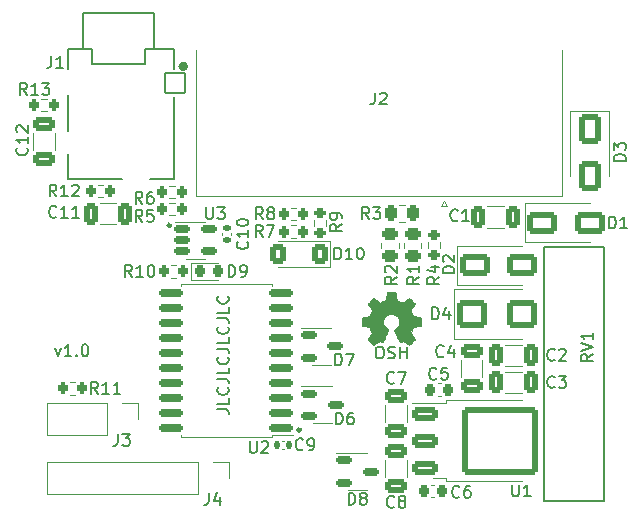
<source format=gbr>
%TF.GenerationSoftware,KiCad,Pcbnew,7.0.7-7.0.7~ubuntu22.04.1*%
%TF.CreationDate,2023-09-02T15:09:26-04:00*%
%TF.ProjectId,avclan-mockingboard-rounded,6176636c-616e-42d6-9d6f-636b696e6762,rev?*%
%TF.SameCoordinates,Original*%
%TF.FileFunction,Legend,Top*%
%TF.FilePolarity,Positive*%
%FSLAX46Y46*%
G04 Gerber Fmt 4.6, Leading zero omitted, Abs format (unit mm)*
G04 Created by KiCad (PCBNEW 7.0.7-7.0.7~ubuntu22.04.1) date 2023-09-02 15:09:26*
%MOMM*%
%LPD*%
G01*
G04 APERTURE LIST*
G04 Aperture macros list*
%AMRoundRect*
0 Rectangle with rounded corners*
0 $1 Rounding radius*
0 $2 $3 $4 $5 $6 $7 $8 $9 X,Y pos of 4 corners*
0 Add a 4 corners polygon primitive as box body*
4,1,4,$2,$3,$4,$5,$6,$7,$8,$9,$2,$3,0*
0 Add four circle primitives for the rounded corners*
1,1,$1+$1,$2,$3*
1,1,$1+$1,$4,$5*
1,1,$1+$1,$6,$7*
1,1,$1+$1,$8,$9*
0 Add four rect primitives between the rounded corners*
20,1,$1+$1,$2,$3,$4,$5,0*
20,1,$1+$1,$4,$5,$6,$7,0*
20,1,$1+$1,$6,$7,$8,$9,0*
20,1,$1+$1,$8,$9,$2,$3,0*%
G04 Aperture macros list end*
%ADD10C,0.155000*%
%ADD11C,0.300000*%
%ADD12C,0.153000*%
%ADD13C,0.120000*%
%ADD14C,0.150000*%
%ADD15C,0.127000*%
%ADD16C,0.400000*%
%ADD17C,0.002540*%
%ADD18RoundRect,0.200000X0.275000X-0.200000X0.275000X0.200000X-0.275000X0.200000X-0.275000X-0.200000X0*%
%ADD19RoundRect,0.200000X0.200000X0.275000X-0.200000X0.275000X-0.200000X-0.275000X0.200000X-0.275000X0*%
%ADD20RoundRect,0.250000X-0.325000X-0.650000X0.325000X-0.650000X0.325000X0.650000X-0.325000X0.650000X0*%
%ADD21RoundRect,0.218750X-0.218750X-0.256250X0.218750X-0.256250X0.218750X0.256250X-0.218750X0.256250X0*%
%ADD22RoundRect,0.225000X-0.225000X-0.250000X0.225000X-0.250000X0.225000X0.250000X-0.225000X0.250000X0*%
%ADD23RoundRect,0.250000X0.450000X-0.262500X0.450000X0.262500X-0.450000X0.262500X-0.450000X-0.262500X0*%
%ADD24RoundRect,0.250000X-1.000000X-0.900000X1.000000X-0.900000X1.000000X0.900000X-1.000000X0.900000X0*%
%ADD25RoundRect,0.250000X-1.000000X-0.650000X1.000000X-0.650000X1.000000X0.650000X-1.000000X0.650000X0*%
%ADD26C,2.000000*%
%ADD27RoundRect,0.150000X-0.512500X-0.150000X0.512500X-0.150000X0.512500X0.150000X-0.512500X0.150000X0*%
%ADD28RoundRect,0.140000X-0.170000X0.140000X-0.170000X-0.140000X0.170000X-0.140000X0.170000X0.140000X0*%
%ADD29RoundRect,0.200000X-0.200000X-0.275000X0.200000X-0.275000X0.200000X0.275000X-0.200000X0.275000X0*%
%ADD30RoundRect,0.250000X-0.850000X-0.350000X0.850000X-0.350000X0.850000X0.350000X-0.850000X0.350000X0*%
%ADD31RoundRect,0.249997X-2.950003X-2.650003X2.950003X-2.650003X2.950003X2.650003X-2.950003X2.650003X0*%
%ADD32RoundRect,0.250000X0.325000X0.650000X-0.325000X0.650000X-0.325000X-0.650000X0.325000X-0.650000X0*%
%ADD33RoundRect,0.250000X0.400000X0.600000X-0.400000X0.600000X-0.400000X-0.600000X0.400000X-0.600000X0*%
%ADD34RoundRect,0.250000X-0.262500X-0.450000X0.262500X-0.450000X0.262500X0.450000X-0.262500X0.450000X0*%
%ADD35RoundRect,0.140000X-0.140000X-0.170000X0.140000X-0.170000X0.140000X0.170000X-0.140000X0.170000X0*%
%ADD36R,1.700000X1.700000*%
%ADD37O,1.700000X1.700000*%
%ADD38RoundRect,0.150000X0.875000X0.150000X-0.875000X0.150000X-0.875000X-0.150000X0.875000X-0.150000X0*%
%ADD39C,1.100000*%
%ADD40RoundRect,0.102000X-0.825000X0.825000X-0.825000X-0.825000X0.825000X-0.825000X0.825000X0.825000X0*%
%ADD41C,1.854000*%
%ADD42C,4.000000*%
%ADD43R,1.600000X1.600000*%
%ADD44C,1.600000*%
%ADD45RoundRect,0.250000X0.650000X-0.325000X0.650000X0.325000X-0.650000X0.325000X-0.650000X-0.325000X0*%
%ADD46RoundRect,0.250000X-0.650000X0.325000X-0.650000X-0.325000X0.650000X-0.325000X0.650000X0.325000X0*%
%ADD47RoundRect,0.250000X-0.650000X1.000000X-0.650000X-1.000000X0.650000X-1.000000X0.650000X1.000000X0*%
G04 APERTURE END LIST*
D10*
X4144830Y-25202892D02*
X4382925Y-25869559D01*
X4382925Y-25869559D02*
X4621020Y-25202892D01*
X5525782Y-25869559D02*
X4954354Y-25869559D01*
X5240068Y-25869559D02*
X5240068Y-24869559D01*
X5240068Y-24869559D02*
X5144830Y-25012416D01*
X5144830Y-25012416D02*
X5049592Y-25107654D01*
X5049592Y-25107654D02*
X4954354Y-25155273D01*
X5954354Y-25774320D02*
X6001973Y-25821940D01*
X6001973Y-25821940D02*
X5954354Y-25869559D01*
X5954354Y-25869559D02*
X5906735Y-25821940D01*
X5906735Y-25821940D02*
X5954354Y-25774320D01*
X5954354Y-25774320D02*
X5954354Y-25869559D01*
X6621020Y-24869559D02*
X6716258Y-24869559D01*
X6716258Y-24869559D02*
X6811496Y-24917178D01*
X6811496Y-24917178D02*
X6859115Y-24964797D01*
X6859115Y-24964797D02*
X6906734Y-25060035D01*
X6906734Y-25060035D02*
X6954353Y-25250511D01*
X6954353Y-25250511D02*
X6954353Y-25488606D01*
X6954353Y-25488606D02*
X6906734Y-25679082D01*
X6906734Y-25679082D02*
X6859115Y-25774320D01*
X6859115Y-25774320D02*
X6811496Y-25821940D01*
X6811496Y-25821940D02*
X6716258Y-25869559D01*
X6716258Y-25869559D02*
X6621020Y-25869559D01*
X6621020Y-25869559D02*
X6525782Y-25821940D01*
X6525782Y-25821940D02*
X6478163Y-25774320D01*
X6478163Y-25774320D02*
X6430544Y-25679082D01*
X6430544Y-25679082D02*
X6382925Y-25488606D01*
X6382925Y-25488606D02*
X6382925Y-25250511D01*
X6382925Y-25250511D02*
X6430544Y-25060035D01*
X6430544Y-25060035D02*
X6478163Y-24964797D01*
X6478163Y-24964797D02*
X6525782Y-24917178D01*
X6525782Y-24917178D02*
X6621020Y-24869559D01*
D11*
X24900000Y-32100000D02*
G75*
G03*
X24900000Y-32100000I-100000J0D01*
G01*
X13900000Y-14800000D02*
G75*
G03*
X13900000Y-14800000I-100000J0D01*
G01*
D10*
X17869559Y-30374217D02*
X18583844Y-30374217D01*
X18583844Y-30374217D02*
X18726701Y-30421836D01*
X18726701Y-30421836D02*
X18821940Y-30517074D01*
X18821940Y-30517074D02*
X18869559Y-30659931D01*
X18869559Y-30659931D02*
X18869559Y-30755169D01*
X18869559Y-29421836D02*
X18869559Y-29898026D01*
X18869559Y-29898026D02*
X17869559Y-29898026D01*
X18774320Y-28517074D02*
X18821940Y-28564693D01*
X18821940Y-28564693D02*
X18869559Y-28707550D01*
X18869559Y-28707550D02*
X18869559Y-28802788D01*
X18869559Y-28802788D02*
X18821940Y-28945645D01*
X18821940Y-28945645D02*
X18726701Y-29040883D01*
X18726701Y-29040883D02*
X18631463Y-29088502D01*
X18631463Y-29088502D02*
X18440987Y-29136121D01*
X18440987Y-29136121D02*
X18298130Y-29136121D01*
X18298130Y-29136121D02*
X18107654Y-29088502D01*
X18107654Y-29088502D02*
X18012416Y-29040883D01*
X18012416Y-29040883D02*
X17917178Y-28945645D01*
X17917178Y-28945645D02*
X17869559Y-28802788D01*
X17869559Y-28802788D02*
X17869559Y-28707550D01*
X17869559Y-28707550D02*
X17917178Y-28564693D01*
X17917178Y-28564693D02*
X17964797Y-28517074D01*
X17869559Y-27802788D02*
X18583844Y-27802788D01*
X18583844Y-27802788D02*
X18726701Y-27850407D01*
X18726701Y-27850407D02*
X18821940Y-27945645D01*
X18821940Y-27945645D02*
X18869559Y-28088502D01*
X18869559Y-28088502D02*
X18869559Y-28183740D01*
X18869559Y-26850407D02*
X18869559Y-27326597D01*
X18869559Y-27326597D02*
X17869559Y-27326597D01*
X18774320Y-25945645D02*
X18821940Y-25993264D01*
X18821940Y-25993264D02*
X18869559Y-26136121D01*
X18869559Y-26136121D02*
X18869559Y-26231359D01*
X18869559Y-26231359D02*
X18821940Y-26374216D01*
X18821940Y-26374216D02*
X18726701Y-26469454D01*
X18726701Y-26469454D02*
X18631463Y-26517073D01*
X18631463Y-26517073D02*
X18440987Y-26564692D01*
X18440987Y-26564692D02*
X18298130Y-26564692D01*
X18298130Y-26564692D02*
X18107654Y-26517073D01*
X18107654Y-26517073D02*
X18012416Y-26469454D01*
X18012416Y-26469454D02*
X17917178Y-26374216D01*
X17917178Y-26374216D02*
X17869559Y-26231359D01*
X17869559Y-26231359D02*
X17869559Y-26136121D01*
X17869559Y-26136121D02*
X17917178Y-25993264D01*
X17917178Y-25993264D02*
X17964797Y-25945645D01*
X17869559Y-25231359D02*
X18583844Y-25231359D01*
X18583844Y-25231359D02*
X18726701Y-25278978D01*
X18726701Y-25278978D02*
X18821940Y-25374216D01*
X18821940Y-25374216D02*
X18869559Y-25517073D01*
X18869559Y-25517073D02*
X18869559Y-25612311D01*
X18869559Y-24278978D02*
X18869559Y-24755168D01*
X18869559Y-24755168D02*
X17869559Y-24755168D01*
X18774320Y-23374216D02*
X18821940Y-23421835D01*
X18821940Y-23421835D02*
X18869559Y-23564692D01*
X18869559Y-23564692D02*
X18869559Y-23659930D01*
X18869559Y-23659930D02*
X18821940Y-23802787D01*
X18821940Y-23802787D02*
X18726701Y-23898025D01*
X18726701Y-23898025D02*
X18631463Y-23945644D01*
X18631463Y-23945644D02*
X18440987Y-23993263D01*
X18440987Y-23993263D02*
X18298130Y-23993263D01*
X18298130Y-23993263D02*
X18107654Y-23945644D01*
X18107654Y-23945644D02*
X18012416Y-23898025D01*
X18012416Y-23898025D02*
X17917178Y-23802787D01*
X17917178Y-23802787D02*
X17869559Y-23659930D01*
X17869559Y-23659930D02*
X17869559Y-23564692D01*
X17869559Y-23564692D02*
X17917178Y-23421835D01*
X17917178Y-23421835D02*
X17964797Y-23374216D01*
X17869559Y-22659930D02*
X18583844Y-22659930D01*
X18583844Y-22659930D02*
X18726701Y-22707549D01*
X18726701Y-22707549D02*
X18821940Y-22802787D01*
X18821940Y-22802787D02*
X18869559Y-22945644D01*
X18869559Y-22945644D02*
X18869559Y-23040882D01*
X18869559Y-21707549D02*
X18869559Y-22183739D01*
X18869559Y-22183739D02*
X17869559Y-22183739D01*
X18774320Y-20802787D02*
X18821940Y-20850406D01*
X18821940Y-20850406D02*
X18869559Y-20993263D01*
X18869559Y-20993263D02*
X18869559Y-21088501D01*
X18869559Y-21088501D02*
X18821940Y-21231358D01*
X18821940Y-21231358D02*
X18726701Y-21326596D01*
X18726701Y-21326596D02*
X18631463Y-21374215D01*
X18631463Y-21374215D02*
X18440987Y-21421834D01*
X18440987Y-21421834D02*
X18298130Y-21421834D01*
X18298130Y-21421834D02*
X18107654Y-21374215D01*
X18107654Y-21374215D02*
X18012416Y-21326596D01*
X18012416Y-21326596D02*
X17917178Y-21231358D01*
X17917178Y-21231358D02*
X17869559Y-21088501D01*
X17869559Y-21088501D02*
X17869559Y-20993263D01*
X17869559Y-20993263D02*
X17917178Y-20850406D01*
X17917178Y-20850406D02*
X17964797Y-20802787D01*
X31530544Y-25069559D02*
X31721020Y-25069559D01*
X31721020Y-25069559D02*
X31816258Y-25117178D01*
X31816258Y-25117178D02*
X31911496Y-25212416D01*
X31911496Y-25212416D02*
X31959115Y-25402892D01*
X31959115Y-25402892D02*
X31959115Y-25736225D01*
X31959115Y-25736225D02*
X31911496Y-25926701D01*
X31911496Y-25926701D02*
X31816258Y-26021940D01*
X31816258Y-26021940D02*
X31721020Y-26069559D01*
X31721020Y-26069559D02*
X31530544Y-26069559D01*
X31530544Y-26069559D02*
X31435306Y-26021940D01*
X31435306Y-26021940D02*
X31340068Y-25926701D01*
X31340068Y-25926701D02*
X31292449Y-25736225D01*
X31292449Y-25736225D02*
X31292449Y-25402892D01*
X31292449Y-25402892D02*
X31340068Y-25212416D01*
X31340068Y-25212416D02*
X31435306Y-25117178D01*
X31435306Y-25117178D02*
X31530544Y-25069559D01*
X32340068Y-26021940D02*
X32482925Y-26069559D01*
X32482925Y-26069559D02*
X32721020Y-26069559D01*
X32721020Y-26069559D02*
X32816258Y-26021940D01*
X32816258Y-26021940D02*
X32863877Y-25974320D01*
X32863877Y-25974320D02*
X32911496Y-25879082D01*
X32911496Y-25879082D02*
X32911496Y-25783844D01*
X32911496Y-25783844D02*
X32863877Y-25688606D01*
X32863877Y-25688606D02*
X32816258Y-25640987D01*
X32816258Y-25640987D02*
X32721020Y-25593368D01*
X32721020Y-25593368D02*
X32530544Y-25545749D01*
X32530544Y-25545749D02*
X32435306Y-25498130D01*
X32435306Y-25498130D02*
X32387687Y-25450511D01*
X32387687Y-25450511D02*
X32340068Y-25355273D01*
X32340068Y-25355273D02*
X32340068Y-25260035D01*
X32340068Y-25260035D02*
X32387687Y-25164797D01*
X32387687Y-25164797D02*
X32435306Y-25117178D01*
X32435306Y-25117178D02*
X32530544Y-25069559D01*
X32530544Y-25069559D02*
X32768639Y-25069559D01*
X32768639Y-25069559D02*
X32911496Y-25117178D01*
X33340068Y-26069559D02*
X33340068Y-25069559D01*
X33340068Y-25545749D02*
X33911496Y-25545749D01*
X33911496Y-26069559D02*
X33911496Y-25069559D01*
D12*
X28404663Y-14691666D02*
X27928472Y-15024999D01*
X28404663Y-15263094D02*
X27404663Y-15263094D01*
X27404663Y-15263094D02*
X27404663Y-14882142D01*
X27404663Y-14882142D02*
X27452282Y-14786904D01*
X27452282Y-14786904D02*
X27499901Y-14739285D01*
X27499901Y-14739285D02*
X27595139Y-14691666D01*
X27595139Y-14691666D02*
X27737996Y-14691666D01*
X27737996Y-14691666D02*
X27833234Y-14739285D01*
X27833234Y-14739285D02*
X27880853Y-14786904D01*
X27880853Y-14786904D02*
X27928472Y-14882142D01*
X27928472Y-14882142D02*
X27928472Y-15263094D01*
X28404663Y-14215475D02*
X28404663Y-14024999D01*
X28404663Y-14024999D02*
X28357044Y-13929761D01*
X28357044Y-13929761D02*
X28309424Y-13882142D01*
X28309424Y-13882142D02*
X28166567Y-13786904D01*
X28166567Y-13786904D02*
X27976091Y-13739285D01*
X27976091Y-13739285D02*
X27595139Y-13739285D01*
X27595139Y-13739285D02*
X27499901Y-13786904D01*
X27499901Y-13786904D02*
X27452282Y-13834523D01*
X27452282Y-13834523D02*
X27404663Y-13929761D01*
X27404663Y-13929761D02*
X27404663Y-14120237D01*
X27404663Y-14120237D02*
X27452282Y-14215475D01*
X27452282Y-14215475D02*
X27499901Y-14263094D01*
X27499901Y-14263094D02*
X27595139Y-14310713D01*
X27595139Y-14310713D02*
X27833234Y-14310713D01*
X27833234Y-14310713D02*
X27928472Y-14263094D01*
X27928472Y-14263094D02*
X27976091Y-14215475D01*
X27976091Y-14215475D02*
X28023710Y-14120237D01*
X28023710Y-14120237D02*
X28023710Y-13929761D01*
X28023710Y-13929761D02*
X27976091Y-13834523D01*
X27976091Y-13834523D02*
X27928472Y-13786904D01*
X27928472Y-13786904D02*
X27833234Y-13739285D01*
D10*
X11533333Y-12962390D02*
X11200000Y-12486199D01*
X10961905Y-12962390D02*
X10961905Y-11962390D01*
X10961905Y-11962390D02*
X11342857Y-11962390D01*
X11342857Y-11962390D02*
X11438095Y-12010009D01*
X11438095Y-12010009D02*
X11485714Y-12057628D01*
X11485714Y-12057628D02*
X11533333Y-12152866D01*
X11533333Y-12152866D02*
X11533333Y-12295723D01*
X11533333Y-12295723D02*
X11485714Y-12390961D01*
X11485714Y-12390961D02*
X11438095Y-12438580D01*
X11438095Y-12438580D02*
X11342857Y-12486199D01*
X11342857Y-12486199D02*
X10961905Y-12486199D01*
X12390476Y-11962390D02*
X12200000Y-11962390D01*
X12200000Y-11962390D02*
X12104762Y-12010009D01*
X12104762Y-12010009D02*
X12057143Y-12057628D01*
X12057143Y-12057628D02*
X11961905Y-12200485D01*
X11961905Y-12200485D02*
X11914286Y-12390961D01*
X11914286Y-12390961D02*
X11914286Y-12771913D01*
X11914286Y-12771913D02*
X11961905Y-12867151D01*
X11961905Y-12867151D02*
X12009524Y-12914771D01*
X12009524Y-12914771D02*
X12104762Y-12962390D01*
X12104762Y-12962390D02*
X12295238Y-12962390D01*
X12295238Y-12962390D02*
X12390476Y-12914771D01*
X12390476Y-12914771D02*
X12438095Y-12867151D01*
X12438095Y-12867151D02*
X12485714Y-12771913D01*
X12485714Y-12771913D02*
X12485714Y-12533818D01*
X12485714Y-12533818D02*
X12438095Y-12438580D01*
X12438095Y-12438580D02*
X12390476Y-12390961D01*
X12390476Y-12390961D02*
X12295238Y-12343342D01*
X12295238Y-12343342D02*
X12104762Y-12343342D01*
X12104762Y-12343342D02*
X12009524Y-12390961D01*
X12009524Y-12390961D02*
X11961905Y-12438580D01*
X11961905Y-12438580D02*
X11914286Y-12533818D01*
X46433333Y-28459320D02*
X46385714Y-28506940D01*
X46385714Y-28506940D02*
X46242857Y-28554559D01*
X46242857Y-28554559D02*
X46147619Y-28554559D01*
X46147619Y-28554559D02*
X46004762Y-28506940D01*
X46004762Y-28506940D02*
X45909524Y-28411701D01*
X45909524Y-28411701D02*
X45861905Y-28316463D01*
X45861905Y-28316463D02*
X45814286Y-28125987D01*
X45814286Y-28125987D02*
X45814286Y-27983130D01*
X45814286Y-27983130D02*
X45861905Y-27792654D01*
X45861905Y-27792654D02*
X45909524Y-27697416D01*
X45909524Y-27697416D02*
X46004762Y-27602178D01*
X46004762Y-27602178D02*
X46147619Y-27554559D01*
X46147619Y-27554559D02*
X46242857Y-27554559D01*
X46242857Y-27554559D02*
X46385714Y-27602178D01*
X46385714Y-27602178D02*
X46433333Y-27649797D01*
X46766667Y-27554559D02*
X47385714Y-27554559D01*
X47385714Y-27554559D02*
X47052381Y-27935511D01*
X47052381Y-27935511D02*
X47195238Y-27935511D01*
X47195238Y-27935511D02*
X47290476Y-27983130D01*
X47290476Y-27983130D02*
X47338095Y-28030749D01*
X47338095Y-28030749D02*
X47385714Y-28125987D01*
X47385714Y-28125987D02*
X47385714Y-28364082D01*
X47385714Y-28364082D02*
X47338095Y-28459320D01*
X47338095Y-28459320D02*
X47290476Y-28506940D01*
X47290476Y-28506940D02*
X47195238Y-28554559D01*
X47195238Y-28554559D02*
X46909524Y-28554559D01*
X46909524Y-28554559D02*
X46814286Y-28506940D01*
X46814286Y-28506940D02*
X46766667Y-28459320D01*
X18846023Y-19154559D02*
X18846023Y-18154559D01*
X18846023Y-18154559D02*
X19084118Y-18154559D01*
X19084118Y-18154559D02*
X19226975Y-18202178D01*
X19226975Y-18202178D02*
X19322213Y-18297416D01*
X19322213Y-18297416D02*
X19369832Y-18392654D01*
X19369832Y-18392654D02*
X19417451Y-18583130D01*
X19417451Y-18583130D02*
X19417451Y-18725987D01*
X19417451Y-18725987D02*
X19369832Y-18916463D01*
X19369832Y-18916463D02*
X19322213Y-19011701D01*
X19322213Y-19011701D02*
X19226975Y-19106940D01*
X19226975Y-19106940D02*
X19084118Y-19154559D01*
X19084118Y-19154559D02*
X18846023Y-19154559D01*
X19893642Y-19154559D02*
X20084118Y-19154559D01*
X20084118Y-19154559D02*
X20179356Y-19106940D01*
X20179356Y-19106940D02*
X20226975Y-19059320D01*
X20226975Y-19059320D02*
X20322213Y-18916463D01*
X20322213Y-18916463D02*
X20369832Y-18725987D01*
X20369832Y-18725987D02*
X20369832Y-18345035D01*
X20369832Y-18345035D02*
X20322213Y-18249797D01*
X20322213Y-18249797D02*
X20274594Y-18202178D01*
X20274594Y-18202178D02*
X20179356Y-18154559D01*
X20179356Y-18154559D02*
X19988880Y-18154559D01*
X19988880Y-18154559D02*
X19893642Y-18202178D01*
X19893642Y-18202178D02*
X19846023Y-18249797D01*
X19846023Y-18249797D02*
X19798404Y-18345035D01*
X19798404Y-18345035D02*
X19798404Y-18583130D01*
X19798404Y-18583130D02*
X19846023Y-18678368D01*
X19846023Y-18678368D02*
X19893642Y-18725987D01*
X19893642Y-18725987D02*
X19988880Y-18773606D01*
X19988880Y-18773606D02*
X20179356Y-18773606D01*
X20179356Y-18773606D02*
X20274594Y-18725987D01*
X20274594Y-18725987D02*
X20322213Y-18678368D01*
X20322213Y-18678368D02*
X20369832Y-18583130D01*
X36433333Y-27759320D02*
X36385714Y-27806940D01*
X36385714Y-27806940D02*
X36242857Y-27854559D01*
X36242857Y-27854559D02*
X36147619Y-27854559D01*
X36147619Y-27854559D02*
X36004762Y-27806940D01*
X36004762Y-27806940D02*
X35909524Y-27711701D01*
X35909524Y-27711701D02*
X35861905Y-27616463D01*
X35861905Y-27616463D02*
X35814286Y-27425987D01*
X35814286Y-27425987D02*
X35814286Y-27283130D01*
X35814286Y-27283130D02*
X35861905Y-27092654D01*
X35861905Y-27092654D02*
X35909524Y-26997416D01*
X35909524Y-26997416D02*
X36004762Y-26902178D01*
X36004762Y-26902178D02*
X36147619Y-26854559D01*
X36147619Y-26854559D02*
X36242857Y-26854559D01*
X36242857Y-26854559D02*
X36385714Y-26902178D01*
X36385714Y-26902178D02*
X36433333Y-26949797D01*
X37338095Y-26854559D02*
X36861905Y-26854559D01*
X36861905Y-26854559D02*
X36814286Y-27330749D01*
X36814286Y-27330749D02*
X36861905Y-27283130D01*
X36861905Y-27283130D02*
X36957143Y-27235511D01*
X36957143Y-27235511D02*
X37195238Y-27235511D01*
X37195238Y-27235511D02*
X37290476Y-27283130D01*
X37290476Y-27283130D02*
X37338095Y-27330749D01*
X37338095Y-27330749D02*
X37385714Y-27425987D01*
X37385714Y-27425987D02*
X37385714Y-27664082D01*
X37385714Y-27664082D02*
X37338095Y-27759320D01*
X37338095Y-27759320D02*
X37290476Y-27806940D01*
X37290476Y-27806940D02*
X37195238Y-27854559D01*
X37195238Y-27854559D02*
X36957143Y-27854559D01*
X36957143Y-27854559D02*
X36861905Y-27806940D01*
X36861905Y-27806940D02*
X36814286Y-27759320D01*
X33067059Y-19166666D02*
X32590868Y-19499999D01*
X33067059Y-19738094D02*
X32067059Y-19738094D01*
X32067059Y-19738094D02*
X32067059Y-19357142D01*
X32067059Y-19357142D02*
X32114678Y-19261904D01*
X32114678Y-19261904D02*
X32162297Y-19214285D01*
X32162297Y-19214285D02*
X32257535Y-19166666D01*
X32257535Y-19166666D02*
X32400392Y-19166666D01*
X32400392Y-19166666D02*
X32495630Y-19214285D01*
X32495630Y-19214285D02*
X32543249Y-19261904D01*
X32543249Y-19261904D02*
X32590868Y-19357142D01*
X32590868Y-19357142D02*
X32590868Y-19738094D01*
X32162297Y-18785713D02*
X32114678Y-18738094D01*
X32114678Y-18738094D02*
X32067059Y-18642856D01*
X32067059Y-18642856D02*
X32067059Y-18404761D01*
X32067059Y-18404761D02*
X32114678Y-18309523D01*
X32114678Y-18309523D02*
X32162297Y-18261904D01*
X32162297Y-18261904D02*
X32257535Y-18214285D01*
X32257535Y-18214285D02*
X32352773Y-18214285D01*
X32352773Y-18214285D02*
X32495630Y-18261904D01*
X32495630Y-18261904D02*
X33067059Y-18833332D01*
X33067059Y-18833332D02*
X33067059Y-18214285D01*
D12*
X36061905Y-22754663D02*
X36061905Y-21754663D01*
X36061905Y-21754663D02*
X36300000Y-21754663D01*
X36300000Y-21754663D02*
X36442857Y-21802282D01*
X36442857Y-21802282D02*
X36538095Y-21897520D01*
X36538095Y-21897520D02*
X36585714Y-21992758D01*
X36585714Y-21992758D02*
X36633333Y-22183234D01*
X36633333Y-22183234D02*
X36633333Y-22326091D01*
X36633333Y-22326091D02*
X36585714Y-22516567D01*
X36585714Y-22516567D02*
X36538095Y-22611805D01*
X36538095Y-22611805D02*
X36442857Y-22707044D01*
X36442857Y-22707044D02*
X36300000Y-22754663D01*
X36300000Y-22754663D02*
X36061905Y-22754663D01*
X37490476Y-22087996D02*
X37490476Y-22754663D01*
X37252381Y-21707044D02*
X37014286Y-22421329D01*
X37014286Y-22421329D02*
X37633333Y-22421329D01*
X37954663Y-18838094D02*
X36954663Y-18838094D01*
X36954663Y-18838094D02*
X36954663Y-18599999D01*
X36954663Y-18599999D02*
X37002282Y-18457142D01*
X37002282Y-18457142D02*
X37097520Y-18361904D01*
X37097520Y-18361904D02*
X37192758Y-18314285D01*
X37192758Y-18314285D02*
X37383234Y-18266666D01*
X37383234Y-18266666D02*
X37526091Y-18266666D01*
X37526091Y-18266666D02*
X37716567Y-18314285D01*
X37716567Y-18314285D02*
X37811805Y-18361904D01*
X37811805Y-18361904D02*
X37907044Y-18457142D01*
X37907044Y-18457142D02*
X37954663Y-18599999D01*
X37954663Y-18599999D02*
X37954663Y-18838094D01*
X37049901Y-17885713D02*
X37002282Y-17838094D01*
X37002282Y-17838094D02*
X36954663Y-17742856D01*
X36954663Y-17742856D02*
X36954663Y-17504761D01*
X36954663Y-17504761D02*
X37002282Y-17409523D01*
X37002282Y-17409523D02*
X37049901Y-17361904D01*
X37049901Y-17361904D02*
X37145139Y-17314285D01*
X37145139Y-17314285D02*
X37240377Y-17314285D01*
X37240377Y-17314285D02*
X37383234Y-17361904D01*
X37383234Y-17361904D02*
X37954663Y-17933332D01*
X37954663Y-17933332D02*
X37954663Y-17314285D01*
X49654663Y-25695238D02*
X49178472Y-26028571D01*
X49654663Y-26266666D02*
X48654663Y-26266666D01*
X48654663Y-26266666D02*
X48654663Y-25885714D01*
X48654663Y-25885714D02*
X48702282Y-25790476D01*
X48702282Y-25790476D02*
X48749901Y-25742857D01*
X48749901Y-25742857D02*
X48845139Y-25695238D01*
X48845139Y-25695238D02*
X48987996Y-25695238D01*
X48987996Y-25695238D02*
X49083234Y-25742857D01*
X49083234Y-25742857D02*
X49130853Y-25790476D01*
X49130853Y-25790476D02*
X49178472Y-25885714D01*
X49178472Y-25885714D02*
X49178472Y-26266666D01*
X48654663Y-25409523D02*
X49654663Y-25076190D01*
X49654663Y-25076190D02*
X48654663Y-24742857D01*
X49654663Y-23885714D02*
X49654663Y-24457142D01*
X49654663Y-24171428D02*
X48654663Y-24171428D01*
X48654663Y-24171428D02*
X48797520Y-24266666D01*
X48797520Y-24266666D02*
X48892758Y-24361904D01*
X48892758Y-24361904D02*
X48940377Y-24457142D01*
X27911905Y-31654663D02*
X27911905Y-30654663D01*
X27911905Y-30654663D02*
X28150000Y-30654663D01*
X28150000Y-30654663D02*
X28292857Y-30702282D01*
X28292857Y-30702282D02*
X28388095Y-30797520D01*
X28388095Y-30797520D02*
X28435714Y-30892758D01*
X28435714Y-30892758D02*
X28483333Y-31083234D01*
X28483333Y-31083234D02*
X28483333Y-31226091D01*
X28483333Y-31226091D02*
X28435714Y-31416567D01*
X28435714Y-31416567D02*
X28388095Y-31511805D01*
X28388095Y-31511805D02*
X28292857Y-31607044D01*
X28292857Y-31607044D02*
X28150000Y-31654663D01*
X28150000Y-31654663D02*
X27911905Y-31654663D01*
X29340476Y-30654663D02*
X29150000Y-30654663D01*
X29150000Y-30654663D02*
X29054762Y-30702282D01*
X29054762Y-30702282D02*
X29007143Y-30749901D01*
X29007143Y-30749901D02*
X28911905Y-30892758D01*
X28911905Y-30892758D02*
X28864286Y-31083234D01*
X28864286Y-31083234D02*
X28864286Y-31464186D01*
X28864286Y-31464186D02*
X28911905Y-31559424D01*
X28911905Y-31559424D02*
X28959524Y-31607044D01*
X28959524Y-31607044D02*
X29054762Y-31654663D01*
X29054762Y-31654663D02*
X29245238Y-31654663D01*
X29245238Y-31654663D02*
X29340476Y-31607044D01*
X29340476Y-31607044D02*
X29388095Y-31559424D01*
X29388095Y-31559424D02*
X29435714Y-31464186D01*
X29435714Y-31464186D02*
X29435714Y-31226091D01*
X29435714Y-31226091D02*
X29388095Y-31130853D01*
X29388095Y-31130853D02*
X29340476Y-31083234D01*
X29340476Y-31083234D02*
X29245238Y-31035615D01*
X29245238Y-31035615D02*
X29054762Y-31035615D01*
X29054762Y-31035615D02*
X28959524Y-31083234D01*
X28959524Y-31083234D02*
X28911905Y-31130853D01*
X28911905Y-31130853D02*
X28864286Y-31226091D01*
D10*
X20421820Y-16172857D02*
X20469440Y-16220476D01*
X20469440Y-16220476D02*
X20517059Y-16363333D01*
X20517059Y-16363333D02*
X20517059Y-16458571D01*
X20517059Y-16458571D02*
X20469440Y-16601428D01*
X20469440Y-16601428D02*
X20374201Y-16696666D01*
X20374201Y-16696666D02*
X20278963Y-16744285D01*
X20278963Y-16744285D02*
X20088487Y-16791904D01*
X20088487Y-16791904D02*
X19945630Y-16791904D01*
X19945630Y-16791904D02*
X19755154Y-16744285D01*
X19755154Y-16744285D02*
X19659916Y-16696666D01*
X19659916Y-16696666D02*
X19564678Y-16601428D01*
X19564678Y-16601428D02*
X19517059Y-16458571D01*
X19517059Y-16458571D02*
X19517059Y-16363333D01*
X19517059Y-16363333D02*
X19564678Y-16220476D01*
X19564678Y-16220476D02*
X19612297Y-16172857D01*
X20517059Y-15220476D02*
X20517059Y-15791904D01*
X20517059Y-15506190D02*
X19517059Y-15506190D01*
X19517059Y-15506190D02*
X19659916Y-15601428D01*
X19659916Y-15601428D02*
X19755154Y-15696666D01*
X19755154Y-15696666D02*
X19802773Y-15791904D01*
X19517059Y-14601428D02*
X19517059Y-14506190D01*
X19517059Y-14506190D02*
X19564678Y-14410952D01*
X19564678Y-14410952D02*
X19612297Y-14363333D01*
X19612297Y-14363333D02*
X19707535Y-14315714D01*
X19707535Y-14315714D02*
X19898011Y-14268095D01*
X19898011Y-14268095D02*
X20136106Y-14268095D01*
X20136106Y-14268095D02*
X20326582Y-14315714D01*
X20326582Y-14315714D02*
X20421820Y-14363333D01*
X20421820Y-14363333D02*
X20469440Y-14410952D01*
X20469440Y-14410952D02*
X20517059Y-14506190D01*
X20517059Y-14506190D02*
X20517059Y-14601428D01*
X20517059Y-14601428D02*
X20469440Y-14696666D01*
X20469440Y-14696666D02*
X20421820Y-14744285D01*
X20421820Y-14744285D02*
X20326582Y-14791904D01*
X20326582Y-14791904D02*
X20136106Y-14839523D01*
X20136106Y-14839523D02*
X19898011Y-14839523D01*
X19898011Y-14839523D02*
X19707535Y-14791904D01*
X19707535Y-14791904D02*
X19612297Y-14744285D01*
X19612297Y-14744285D02*
X19564678Y-14696666D01*
X19564678Y-14696666D02*
X19517059Y-14601428D01*
X21714333Y-15779559D02*
X21381000Y-15303368D01*
X21142905Y-15779559D02*
X21142905Y-14779559D01*
X21142905Y-14779559D02*
X21523857Y-14779559D01*
X21523857Y-14779559D02*
X21619095Y-14827178D01*
X21619095Y-14827178D02*
X21666714Y-14874797D01*
X21666714Y-14874797D02*
X21714333Y-14970035D01*
X21714333Y-14970035D02*
X21714333Y-15112892D01*
X21714333Y-15112892D02*
X21666714Y-15208130D01*
X21666714Y-15208130D02*
X21619095Y-15255749D01*
X21619095Y-15255749D02*
X21523857Y-15303368D01*
X21523857Y-15303368D02*
X21142905Y-15303368D01*
X22047667Y-14779559D02*
X22714333Y-14779559D01*
X22714333Y-14779559D02*
X22285762Y-15779559D01*
X42838095Y-36754559D02*
X42838095Y-37564082D01*
X42838095Y-37564082D02*
X42885714Y-37659320D01*
X42885714Y-37659320D02*
X42933333Y-37706940D01*
X42933333Y-37706940D02*
X43028571Y-37754559D01*
X43028571Y-37754559D02*
X43219047Y-37754559D01*
X43219047Y-37754559D02*
X43314285Y-37706940D01*
X43314285Y-37706940D02*
X43361904Y-37659320D01*
X43361904Y-37659320D02*
X43409523Y-37564082D01*
X43409523Y-37564082D02*
X43409523Y-36754559D01*
X44409523Y-37754559D02*
X43838095Y-37754559D01*
X44123809Y-37754559D02*
X44123809Y-36754559D01*
X44123809Y-36754559D02*
X44028571Y-36897416D01*
X44028571Y-36897416D02*
X43933333Y-36992654D01*
X43933333Y-36992654D02*
X43838095Y-37040273D01*
D12*
X38233333Y-14359424D02*
X38185714Y-14407044D01*
X38185714Y-14407044D02*
X38042857Y-14454663D01*
X38042857Y-14454663D02*
X37947619Y-14454663D01*
X37947619Y-14454663D02*
X37804762Y-14407044D01*
X37804762Y-14407044D02*
X37709524Y-14311805D01*
X37709524Y-14311805D02*
X37661905Y-14216567D01*
X37661905Y-14216567D02*
X37614286Y-14026091D01*
X37614286Y-14026091D02*
X37614286Y-13883234D01*
X37614286Y-13883234D02*
X37661905Y-13692758D01*
X37661905Y-13692758D02*
X37709524Y-13597520D01*
X37709524Y-13597520D02*
X37804762Y-13502282D01*
X37804762Y-13502282D02*
X37947619Y-13454663D01*
X37947619Y-13454663D02*
X38042857Y-13454663D01*
X38042857Y-13454663D02*
X38185714Y-13502282D01*
X38185714Y-13502282D02*
X38233333Y-13549901D01*
X39185714Y-14454663D02*
X38614286Y-14454663D01*
X38900000Y-14454663D02*
X38900000Y-13454663D01*
X38900000Y-13454663D02*
X38804762Y-13597520D01*
X38804762Y-13597520D02*
X38709524Y-13692758D01*
X38709524Y-13692758D02*
X38614286Y-13740377D01*
D10*
X4257142Y-14059320D02*
X4209523Y-14106940D01*
X4209523Y-14106940D02*
X4066666Y-14154559D01*
X4066666Y-14154559D02*
X3971428Y-14154559D01*
X3971428Y-14154559D02*
X3828571Y-14106940D01*
X3828571Y-14106940D02*
X3733333Y-14011701D01*
X3733333Y-14011701D02*
X3685714Y-13916463D01*
X3685714Y-13916463D02*
X3638095Y-13725987D01*
X3638095Y-13725987D02*
X3638095Y-13583130D01*
X3638095Y-13583130D02*
X3685714Y-13392654D01*
X3685714Y-13392654D02*
X3733333Y-13297416D01*
X3733333Y-13297416D02*
X3828571Y-13202178D01*
X3828571Y-13202178D02*
X3971428Y-13154559D01*
X3971428Y-13154559D02*
X4066666Y-13154559D01*
X4066666Y-13154559D02*
X4209523Y-13202178D01*
X4209523Y-13202178D02*
X4257142Y-13249797D01*
X5209523Y-14154559D02*
X4638095Y-14154559D01*
X4923809Y-14154559D02*
X4923809Y-13154559D01*
X4923809Y-13154559D02*
X4828571Y-13297416D01*
X4828571Y-13297416D02*
X4733333Y-13392654D01*
X4733333Y-13392654D02*
X4638095Y-13440273D01*
X6161904Y-14154559D02*
X5590476Y-14154559D01*
X5876190Y-14154559D02*
X5876190Y-13154559D01*
X5876190Y-13154559D02*
X5780952Y-13297416D01*
X5780952Y-13297416D02*
X5685714Y-13392654D01*
X5685714Y-13392654D02*
X5590476Y-13440273D01*
D12*
X27785714Y-17679663D02*
X27785714Y-16679663D01*
X27785714Y-16679663D02*
X28023809Y-16679663D01*
X28023809Y-16679663D02*
X28166666Y-16727282D01*
X28166666Y-16727282D02*
X28261904Y-16822520D01*
X28261904Y-16822520D02*
X28309523Y-16917758D01*
X28309523Y-16917758D02*
X28357142Y-17108234D01*
X28357142Y-17108234D02*
X28357142Y-17251091D01*
X28357142Y-17251091D02*
X28309523Y-17441567D01*
X28309523Y-17441567D02*
X28261904Y-17536805D01*
X28261904Y-17536805D02*
X28166666Y-17632044D01*
X28166666Y-17632044D02*
X28023809Y-17679663D01*
X28023809Y-17679663D02*
X27785714Y-17679663D01*
X29309523Y-17679663D02*
X28738095Y-17679663D01*
X29023809Y-17679663D02*
X29023809Y-16679663D01*
X29023809Y-16679663D02*
X28928571Y-16822520D01*
X28928571Y-16822520D02*
X28833333Y-16917758D01*
X28833333Y-16917758D02*
X28738095Y-16965377D01*
X29928571Y-16679663D02*
X30023809Y-16679663D01*
X30023809Y-16679663D02*
X30119047Y-16727282D01*
X30119047Y-16727282D02*
X30166666Y-16774901D01*
X30166666Y-16774901D02*
X30214285Y-16870139D01*
X30214285Y-16870139D02*
X30261904Y-17060615D01*
X30261904Y-17060615D02*
X30261904Y-17298710D01*
X30261904Y-17298710D02*
X30214285Y-17489186D01*
X30214285Y-17489186D02*
X30166666Y-17584424D01*
X30166666Y-17584424D02*
X30119047Y-17632044D01*
X30119047Y-17632044D02*
X30023809Y-17679663D01*
X30023809Y-17679663D02*
X29928571Y-17679663D01*
X29928571Y-17679663D02*
X29833333Y-17632044D01*
X29833333Y-17632044D02*
X29785714Y-17584424D01*
X29785714Y-17584424D02*
X29738095Y-17489186D01*
X29738095Y-17489186D02*
X29690476Y-17298710D01*
X29690476Y-17298710D02*
X29690476Y-17060615D01*
X29690476Y-17060615D02*
X29738095Y-16870139D01*
X29738095Y-16870139D02*
X29785714Y-16774901D01*
X29785714Y-16774901D02*
X29833333Y-16727282D01*
X29833333Y-16727282D02*
X29928571Y-16679663D01*
D10*
X4257142Y-12354559D02*
X3923809Y-11878368D01*
X3685714Y-12354559D02*
X3685714Y-11354559D01*
X3685714Y-11354559D02*
X4066666Y-11354559D01*
X4066666Y-11354559D02*
X4161904Y-11402178D01*
X4161904Y-11402178D02*
X4209523Y-11449797D01*
X4209523Y-11449797D02*
X4257142Y-11545035D01*
X4257142Y-11545035D02*
X4257142Y-11687892D01*
X4257142Y-11687892D02*
X4209523Y-11783130D01*
X4209523Y-11783130D02*
X4161904Y-11830749D01*
X4161904Y-11830749D02*
X4066666Y-11878368D01*
X4066666Y-11878368D02*
X3685714Y-11878368D01*
X5209523Y-12354559D02*
X4638095Y-12354559D01*
X4923809Y-12354559D02*
X4923809Y-11354559D01*
X4923809Y-11354559D02*
X4828571Y-11497416D01*
X4828571Y-11497416D02*
X4733333Y-11592654D01*
X4733333Y-11592654D02*
X4638095Y-11640273D01*
X5590476Y-11449797D02*
X5638095Y-11402178D01*
X5638095Y-11402178D02*
X5733333Y-11354559D01*
X5733333Y-11354559D02*
X5971428Y-11354559D01*
X5971428Y-11354559D02*
X6066666Y-11402178D01*
X6066666Y-11402178D02*
X6114285Y-11449797D01*
X6114285Y-11449797D02*
X6161904Y-11545035D01*
X6161904Y-11545035D02*
X6161904Y-11640273D01*
X6161904Y-11640273D02*
X6114285Y-11783130D01*
X6114285Y-11783130D02*
X5542857Y-12354559D01*
X5542857Y-12354559D02*
X6161904Y-12354559D01*
D12*
X7757142Y-29054663D02*
X7423809Y-28578472D01*
X7185714Y-29054663D02*
X7185714Y-28054663D01*
X7185714Y-28054663D02*
X7566666Y-28054663D01*
X7566666Y-28054663D02*
X7661904Y-28102282D01*
X7661904Y-28102282D02*
X7709523Y-28149901D01*
X7709523Y-28149901D02*
X7757142Y-28245139D01*
X7757142Y-28245139D02*
X7757142Y-28387996D01*
X7757142Y-28387996D02*
X7709523Y-28483234D01*
X7709523Y-28483234D02*
X7661904Y-28530853D01*
X7661904Y-28530853D02*
X7566666Y-28578472D01*
X7566666Y-28578472D02*
X7185714Y-28578472D01*
X8709523Y-29054663D02*
X8138095Y-29054663D01*
X8423809Y-29054663D02*
X8423809Y-28054663D01*
X8423809Y-28054663D02*
X8328571Y-28197520D01*
X8328571Y-28197520D02*
X8233333Y-28292758D01*
X8233333Y-28292758D02*
X8138095Y-28340377D01*
X9661904Y-29054663D02*
X9090476Y-29054663D01*
X9376190Y-29054663D02*
X9376190Y-28054663D01*
X9376190Y-28054663D02*
X9280952Y-28197520D01*
X9280952Y-28197520D02*
X9185714Y-28292758D01*
X9185714Y-28292758D02*
X9090476Y-28340377D01*
D10*
X30733333Y-14254559D02*
X30400000Y-13778368D01*
X30161905Y-14254559D02*
X30161905Y-13254559D01*
X30161905Y-13254559D02*
X30542857Y-13254559D01*
X30542857Y-13254559D02*
X30638095Y-13302178D01*
X30638095Y-13302178D02*
X30685714Y-13349797D01*
X30685714Y-13349797D02*
X30733333Y-13445035D01*
X30733333Y-13445035D02*
X30733333Y-13587892D01*
X30733333Y-13587892D02*
X30685714Y-13683130D01*
X30685714Y-13683130D02*
X30638095Y-13730749D01*
X30638095Y-13730749D02*
X30542857Y-13778368D01*
X30542857Y-13778368D02*
X30161905Y-13778368D01*
X31066667Y-13254559D02*
X31685714Y-13254559D01*
X31685714Y-13254559D02*
X31352381Y-13635511D01*
X31352381Y-13635511D02*
X31495238Y-13635511D01*
X31495238Y-13635511D02*
X31590476Y-13683130D01*
X31590476Y-13683130D02*
X31638095Y-13730749D01*
X31638095Y-13730749D02*
X31685714Y-13825987D01*
X31685714Y-13825987D02*
X31685714Y-14064082D01*
X31685714Y-14064082D02*
X31638095Y-14159320D01*
X31638095Y-14159320D02*
X31590476Y-14206940D01*
X31590476Y-14206940D02*
X31495238Y-14254559D01*
X31495238Y-14254559D02*
X31209524Y-14254559D01*
X31209524Y-14254559D02*
X31114286Y-14206940D01*
X31114286Y-14206940D02*
X31066667Y-14159320D01*
X25133333Y-33744320D02*
X25085714Y-33791940D01*
X25085714Y-33791940D02*
X24942857Y-33839559D01*
X24942857Y-33839559D02*
X24847619Y-33839559D01*
X24847619Y-33839559D02*
X24704762Y-33791940D01*
X24704762Y-33791940D02*
X24609524Y-33696701D01*
X24609524Y-33696701D02*
X24561905Y-33601463D01*
X24561905Y-33601463D02*
X24514286Y-33410987D01*
X24514286Y-33410987D02*
X24514286Y-33268130D01*
X24514286Y-33268130D02*
X24561905Y-33077654D01*
X24561905Y-33077654D02*
X24609524Y-32982416D01*
X24609524Y-32982416D02*
X24704762Y-32887178D01*
X24704762Y-32887178D02*
X24847619Y-32839559D01*
X24847619Y-32839559D02*
X24942857Y-32839559D01*
X24942857Y-32839559D02*
X25085714Y-32887178D01*
X25085714Y-32887178D02*
X25133333Y-32934797D01*
X25609524Y-33839559D02*
X25800000Y-33839559D01*
X25800000Y-33839559D02*
X25895238Y-33791940D01*
X25895238Y-33791940D02*
X25942857Y-33744320D01*
X25942857Y-33744320D02*
X26038095Y-33601463D01*
X26038095Y-33601463D02*
X26085714Y-33410987D01*
X26085714Y-33410987D02*
X26085714Y-33030035D01*
X26085714Y-33030035D02*
X26038095Y-32934797D01*
X26038095Y-32934797D02*
X25990476Y-32887178D01*
X25990476Y-32887178D02*
X25895238Y-32839559D01*
X25895238Y-32839559D02*
X25704762Y-32839559D01*
X25704762Y-32839559D02*
X25609524Y-32887178D01*
X25609524Y-32887178D02*
X25561905Y-32934797D01*
X25561905Y-32934797D02*
X25514286Y-33030035D01*
X25514286Y-33030035D02*
X25514286Y-33268130D01*
X25514286Y-33268130D02*
X25561905Y-33363368D01*
X25561905Y-33363368D02*
X25609524Y-33410987D01*
X25609524Y-33410987D02*
X25704762Y-33458606D01*
X25704762Y-33458606D02*
X25895238Y-33458606D01*
X25895238Y-33458606D02*
X25990476Y-33410987D01*
X25990476Y-33410987D02*
X26038095Y-33363368D01*
X26038095Y-33363368D02*
X26085714Y-33268130D01*
X17166666Y-37454559D02*
X17166666Y-38168844D01*
X17166666Y-38168844D02*
X17119047Y-38311701D01*
X17119047Y-38311701D02*
X17023809Y-38406940D01*
X17023809Y-38406940D02*
X16880952Y-38454559D01*
X16880952Y-38454559D02*
X16785714Y-38454559D01*
X18071428Y-37787892D02*
X18071428Y-38454559D01*
X17833333Y-37406940D02*
X17595238Y-38121225D01*
X17595238Y-38121225D02*
X18214285Y-38121225D01*
D12*
X28999405Y-38454663D02*
X28999405Y-37454663D01*
X28999405Y-37454663D02*
X29237500Y-37454663D01*
X29237500Y-37454663D02*
X29380357Y-37502282D01*
X29380357Y-37502282D02*
X29475595Y-37597520D01*
X29475595Y-37597520D02*
X29523214Y-37692758D01*
X29523214Y-37692758D02*
X29570833Y-37883234D01*
X29570833Y-37883234D02*
X29570833Y-38026091D01*
X29570833Y-38026091D02*
X29523214Y-38216567D01*
X29523214Y-38216567D02*
X29475595Y-38311805D01*
X29475595Y-38311805D02*
X29380357Y-38407044D01*
X29380357Y-38407044D02*
X29237500Y-38454663D01*
X29237500Y-38454663D02*
X28999405Y-38454663D01*
X30142262Y-37883234D02*
X30047024Y-37835615D01*
X30047024Y-37835615D02*
X29999405Y-37787996D01*
X29999405Y-37787996D02*
X29951786Y-37692758D01*
X29951786Y-37692758D02*
X29951786Y-37645139D01*
X29951786Y-37645139D02*
X29999405Y-37549901D01*
X29999405Y-37549901D02*
X30047024Y-37502282D01*
X30047024Y-37502282D02*
X30142262Y-37454663D01*
X30142262Y-37454663D02*
X30332738Y-37454663D01*
X30332738Y-37454663D02*
X30427976Y-37502282D01*
X30427976Y-37502282D02*
X30475595Y-37549901D01*
X30475595Y-37549901D02*
X30523214Y-37645139D01*
X30523214Y-37645139D02*
X30523214Y-37692758D01*
X30523214Y-37692758D02*
X30475595Y-37787996D01*
X30475595Y-37787996D02*
X30427976Y-37835615D01*
X30427976Y-37835615D02*
X30332738Y-37883234D01*
X30332738Y-37883234D02*
X30142262Y-37883234D01*
X30142262Y-37883234D02*
X30047024Y-37930853D01*
X30047024Y-37930853D02*
X29999405Y-37978472D01*
X29999405Y-37978472D02*
X29951786Y-38073710D01*
X29951786Y-38073710D02*
X29951786Y-38264186D01*
X29951786Y-38264186D02*
X29999405Y-38359424D01*
X29999405Y-38359424D02*
X30047024Y-38407044D01*
X30047024Y-38407044D02*
X30142262Y-38454663D01*
X30142262Y-38454663D02*
X30332738Y-38454663D01*
X30332738Y-38454663D02*
X30427976Y-38407044D01*
X30427976Y-38407044D02*
X30475595Y-38359424D01*
X30475595Y-38359424D02*
X30523214Y-38264186D01*
X30523214Y-38264186D02*
X30523214Y-38073710D01*
X30523214Y-38073710D02*
X30475595Y-37978472D01*
X30475595Y-37978472D02*
X30427976Y-37930853D01*
X30427976Y-37930853D02*
X30332738Y-37883234D01*
X20638095Y-33054663D02*
X20638095Y-33864186D01*
X20638095Y-33864186D02*
X20685714Y-33959424D01*
X20685714Y-33959424D02*
X20733333Y-34007044D01*
X20733333Y-34007044D02*
X20828571Y-34054663D01*
X20828571Y-34054663D02*
X21019047Y-34054663D01*
X21019047Y-34054663D02*
X21114285Y-34007044D01*
X21114285Y-34007044D02*
X21161904Y-33959424D01*
X21161904Y-33959424D02*
X21209523Y-33864186D01*
X21209523Y-33864186D02*
X21209523Y-33054663D01*
X21638095Y-33149901D02*
X21685714Y-33102282D01*
X21685714Y-33102282D02*
X21780952Y-33054663D01*
X21780952Y-33054663D02*
X22019047Y-33054663D01*
X22019047Y-33054663D02*
X22114285Y-33102282D01*
X22114285Y-33102282D02*
X22161904Y-33149901D01*
X22161904Y-33149901D02*
X22209523Y-33245139D01*
X22209523Y-33245139D02*
X22209523Y-33340377D01*
X22209523Y-33340377D02*
X22161904Y-33483234D01*
X22161904Y-33483234D02*
X21590476Y-34054663D01*
X21590476Y-34054663D02*
X22209523Y-34054663D01*
D10*
X1757142Y-3754559D02*
X1423809Y-3278368D01*
X1185714Y-3754559D02*
X1185714Y-2754559D01*
X1185714Y-2754559D02*
X1566666Y-2754559D01*
X1566666Y-2754559D02*
X1661904Y-2802178D01*
X1661904Y-2802178D02*
X1709523Y-2849797D01*
X1709523Y-2849797D02*
X1757142Y-2945035D01*
X1757142Y-2945035D02*
X1757142Y-3087892D01*
X1757142Y-3087892D02*
X1709523Y-3183130D01*
X1709523Y-3183130D02*
X1661904Y-3230749D01*
X1661904Y-3230749D02*
X1566666Y-3278368D01*
X1566666Y-3278368D02*
X1185714Y-3278368D01*
X2709523Y-3754559D02*
X2138095Y-3754559D01*
X2423809Y-3754559D02*
X2423809Y-2754559D01*
X2423809Y-2754559D02*
X2328571Y-2897416D01*
X2328571Y-2897416D02*
X2233333Y-2992654D01*
X2233333Y-2992654D02*
X2138095Y-3040273D01*
X3042857Y-2754559D02*
X3661904Y-2754559D01*
X3661904Y-2754559D02*
X3328571Y-3135511D01*
X3328571Y-3135511D02*
X3471428Y-3135511D01*
X3471428Y-3135511D02*
X3566666Y-3183130D01*
X3566666Y-3183130D02*
X3614285Y-3230749D01*
X3614285Y-3230749D02*
X3661904Y-3325987D01*
X3661904Y-3325987D02*
X3661904Y-3564082D01*
X3661904Y-3564082D02*
X3614285Y-3659320D01*
X3614285Y-3659320D02*
X3566666Y-3706940D01*
X3566666Y-3706940D02*
X3471428Y-3754559D01*
X3471428Y-3754559D02*
X3185714Y-3754559D01*
X3185714Y-3754559D02*
X3090476Y-3706940D01*
X3090476Y-3706940D02*
X3042857Y-3659320D01*
D12*
X51061905Y-15054663D02*
X51061905Y-14054663D01*
X51061905Y-14054663D02*
X51300000Y-14054663D01*
X51300000Y-14054663D02*
X51442857Y-14102282D01*
X51442857Y-14102282D02*
X51538095Y-14197520D01*
X51538095Y-14197520D02*
X51585714Y-14292758D01*
X51585714Y-14292758D02*
X51633333Y-14483234D01*
X51633333Y-14483234D02*
X51633333Y-14626091D01*
X51633333Y-14626091D02*
X51585714Y-14816567D01*
X51585714Y-14816567D02*
X51538095Y-14911805D01*
X51538095Y-14911805D02*
X51442857Y-15007044D01*
X51442857Y-15007044D02*
X51300000Y-15054663D01*
X51300000Y-15054663D02*
X51061905Y-15054663D01*
X52585714Y-15054663D02*
X52014286Y-15054663D01*
X52300000Y-15054663D02*
X52300000Y-14054663D01*
X52300000Y-14054663D02*
X52204762Y-14197520D01*
X52204762Y-14197520D02*
X52109524Y-14292758D01*
X52109524Y-14292758D02*
X52014286Y-14340377D01*
D10*
X3821666Y-454559D02*
X3821666Y-1168844D01*
X3821666Y-1168844D02*
X3774047Y-1311701D01*
X3774047Y-1311701D02*
X3678809Y-1406940D01*
X3678809Y-1406940D02*
X3535952Y-1454559D01*
X3535952Y-1454559D02*
X3440714Y-1454559D01*
X4821666Y-1454559D02*
X4250238Y-1454559D01*
X4535952Y-1454559D02*
X4535952Y-454559D01*
X4535952Y-454559D02*
X4440714Y-597416D01*
X4440714Y-597416D02*
X4345476Y-692654D01*
X4345476Y-692654D02*
X4250238Y-740273D01*
X46433333Y-26159320D02*
X46385714Y-26206940D01*
X46385714Y-26206940D02*
X46242857Y-26254559D01*
X46242857Y-26254559D02*
X46147619Y-26254559D01*
X46147619Y-26254559D02*
X46004762Y-26206940D01*
X46004762Y-26206940D02*
X45909524Y-26111701D01*
X45909524Y-26111701D02*
X45861905Y-26016463D01*
X45861905Y-26016463D02*
X45814286Y-25825987D01*
X45814286Y-25825987D02*
X45814286Y-25683130D01*
X45814286Y-25683130D02*
X45861905Y-25492654D01*
X45861905Y-25492654D02*
X45909524Y-25397416D01*
X45909524Y-25397416D02*
X46004762Y-25302178D01*
X46004762Y-25302178D02*
X46147619Y-25254559D01*
X46147619Y-25254559D02*
X46242857Y-25254559D01*
X46242857Y-25254559D02*
X46385714Y-25302178D01*
X46385714Y-25302178D02*
X46433333Y-25349797D01*
X46814286Y-25349797D02*
X46861905Y-25302178D01*
X46861905Y-25302178D02*
X46957143Y-25254559D01*
X46957143Y-25254559D02*
X47195238Y-25254559D01*
X47195238Y-25254559D02*
X47290476Y-25302178D01*
X47290476Y-25302178D02*
X47338095Y-25349797D01*
X47338095Y-25349797D02*
X47385714Y-25445035D01*
X47385714Y-25445035D02*
X47385714Y-25540273D01*
X47385714Y-25540273D02*
X47338095Y-25683130D01*
X47338095Y-25683130D02*
X46766667Y-26254559D01*
X46766667Y-26254559D02*
X47385714Y-26254559D01*
D12*
X27861905Y-26654663D02*
X27861905Y-25654663D01*
X27861905Y-25654663D02*
X28100000Y-25654663D01*
X28100000Y-25654663D02*
X28242857Y-25702282D01*
X28242857Y-25702282D02*
X28338095Y-25797520D01*
X28338095Y-25797520D02*
X28385714Y-25892758D01*
X28385714Y-25892758D02*
X28433333Y-26083234D01*
X28433333Y-26083234D02*
X28433333Y-26226091D01*
X28433333Y-26226091D02*
X28385714Y-26416567D01*
X28385714Y-26416567D02*
X28338095Y-26511805D01*
X28338095Y-26511805D02*
X28242857Y-26607044D01*
X28242857Y-26607044D02*
X28100000Y-26654663D01*
X28100000Y-26654663D02*
X27861905Y-26654663D01*
X28766667Y-25654663D02*
X29433333Y-25654663D01*
X29433333Y-25654663D02*
X29004762Y-26654663D01*
D10*
X31221666Y-3554559D02*
X31221666Y-4268844D01*
X31221666Y-4268844D02*
X31174047Y-4411701D01*
X31174047Y-4411701D02*
X31078809Y-4506940D01*
X31078809Y-4506940D02*
X30935952Y-4554559D01*
X30935952Y-4554559D02*
X30840714Y-4554559D01*
X31650238Y-3649797D02*
X31697857Y-3602178D01*
X31697857Y-3602178D02*
X31793095Y-3554559D01*
X31793095Y-3554559D02*
X32031190Y-3554559D01*
X32031190Y-3554559D02*
X32126428Y-3602178D01*
X32126428Y-3602178D02*
X32174047Y-3649797D01*
X32174047Y-3649797D02*
X32221666Y-3745035D01*
X32221666Y-3745035D02*
X32221666Y-3840273D01*
X32221666Y-3840273D02*
X32174047Y-3983130D01*
X32174047Y-3983130D02*
X31602619Y-4554559D01*
X31602619Y-4554559D02*
X32221666Y-4554559D01*
X32833333Y-28109320D02*
X32785714Y-28156940D01*
X32785714Y-28156940D02*
X32642857Y-28204559D01*
X32642857Y-28204559D02*
X32547619Y-28204559D01*
X32547619Y-28204559D02*
X32404762Y-28156940D01*
X32404762Y-28156940D02*
X32309524Y-28061701D01*
X32309524Y-28061701D02*
X32261905Y-27966463D01*
X32261905Y-27966463D02*
X32214286Y-27775987D01*
X32214286Y-27775987D02*
X32214286Y-27633130D01*
X32214286Y-27633130D02*
X32261905Y-27442654D01*
X32261905Y-27442654D02*
X32309524Y-27347416D01*
X32309524Y-27347416D02*
X32404762Y-27252178D01*
X32404762Y-27252178D02*
X32547619Y-27204559D01*
X32547619Y-27204559D02*
X32642857Y-27204559D01*
X32642857Y-27204559D02*
X32785714Y-27252178D01*
X32785714Y-27252178D02*
X32833333Y-27299797D01*
X33166667Y-27204559D02*
X33833333Y-27204559D01*
X33833333Y-27204559D02*
X33404762Y-28204559D01*
X38383333Y-37759320D02*
X38335714Y-37806940D01*
X38335714Y-37806940D02*
X38192857Y-37854559D01*
X38192857Y-37854559D02*
X38097619Y-37854559D01*
X38097619Y-37854559D02*
X37954762Y-37806940D01*
X37954762Y-37806940D02*
X37859524Y-37711701D01*
X37859524Y-37711701D02*
X37811905Y-37616463D01*
X37811905Y-37616463D02*
X37764286Y-37425987D01*
X37764286Y-37425987D02*
X37764286Y-37283130D01*
X37764286Y-37283130D02*
X37811905Y-37092654D01*
X37811905Y-37092654D02*
X37859524Y-36997416D01*
X37859524Y-36997416D02*
X37954762Y-36902178D01*
X37954762Y-36902178D02*
X38097619Y-36854559D01*
X38097619Y-36854559D02*
X38192857Y-36854559D01*
X38192857Y-36854559D02*
X38335714Y-36902178D01*
X38335714Y-36902178D02*
X38383333Y-36949797D01*
X39240476Y-36854559D02*
X39050000Y-36854559D01*
X39050000Y-36854559D02*
X38954762Y-36902178D01*
X38954762Y-36902178D02*
X38907143Y-36949797D01*
X38907143Y-36949797D02*
X38811905Y-37092654D01*
X38811905Y-37092654D02*
X38764286Y-37283130D01*
X38764286Y-37283130D02*
X38764286Y-37664082D01*
X38764286Y-37664082D02*
X38811905Y-37759320D01*
X38811905Y-37759320D02*
X38859524Y-37806940D01*
X38859524Y-37806940D02*
X38954762Y-37854559D01*
X38954762Y-37854559D02*
X39145238Y-37854559D01*
X39145238Y-37854559D02*
X39240476Y-37806940D01*
X39240476Y-37806940D02*
X39288095Y-37759320D01*
X39288095Y-37759320D02*
X39335714Y-37664082D01*
X39335714Y-37664082D02*
X39335714Y-37425987D01*
X39335714Y-37425987D02*
X39288095Y-37330749D01*
X39288095Y-37330749D02*
X39240476Y-37283130D01*
X39240476Y-37283130D02*
X39145238Y-37235511D01*
X39145238Y-37235511D02*
X38954762Y-37235511D01*
X38954762Y-37235511D02*
X38859524Y-37283130D01*
X38859524Y-37283130D02*
X38811905Y-37330749D01*
X38811905Y-37330749D02*
X38764286Y-37425987D01*
X36667059Y-19166666D02*
X36190868Y-19499999D01*
X36667059Y-19738094D02*
X35667059Y-19738094D01*
X35667059Y-19738094D02*
X35667059Y-19357142D01*
X35667059Y-19357142D02*
X35714678Y-19261904D01*
X35714678Y-19261904D02*
X35762297Y-19214285D01*
X35762297Y-19214285D02*
X35857535Y-19166666D01*
X35857535Y-19166666D02*
X36000392Y-19166666D01*
X36000392Y-19166666D02*
X36095630Y-19214285D01*
X36095630Y-19214285D02*
X36143249Y-19261904D01*
X36143249Y-19261904D02*
X36190868Y-19357142D01*
X36190868Y-19357142D02*
X36190868Y-19738094D01*
X36000392Y-18309523D02*
X36667059Y-18309523D01*
X35619440Y-18547618D02*
X36333725Y-18785713D01*
X36333725Y-18785713D02*
X36333725Y-18166666D01*
X16938095Y-13254559D02*
X16938095Y-14064082D01*
X16938095Y-14064082D02*
X16985714Y-14159320D01*
X16985714Y-14159320D02*
X17033333Y-14206940D01*
X17033333Y-14206940D02*
X17128571Y-14254559D01*
X17128571Y-14254559D02*
X17319047Y-14254559D01*
X17319047Y-14254559D02*
X17414285Y-14206940D01*
X17414285Y-14206940D02*
X17461904Y-14159320D01*
X17461904Y-14159320D02*
X17509523Y-14064082D01*
X17509523Y-14064082D02*
X17509523Y-13254559D01*
X17890476Y-13254559D02*
X18509523Y-13254559D01*
X18509523Y-13254559D02*
X18176190Y-13635511D01*
X18176190Y-13635511D02*
X18319047Y-13635511D01*
X18319047Y-13635511D02*
X18414285Y-13683130D01*
X18414285Y-13683130D02*
X18461904Y-13730749D01*
X18461904Y-13730749D02*
X18509523Y-13825987D01*
X18509523Y-13825987D02*
X18509523Y-14064082D01*
X18509523Y-14064082D02*
X18461904Y-14159320D01*
X18461904Y-14159320D02*
X18414285Y-14206940D01*
X18414285Y-14206940D02*
X18319047Y-14254559D01*
X18319047Y-14254559D02*
X18033333Y-14254559D01*
X18033333Y-14254559D02*
X17938095Y-14206940D01*
X17938095Y-14206940D02*
X17890476Y-14159320D01*
X9466666Y-32454559D02*
X9466666Y-33168844D01*
X9466666Y-33168844D02*
X9419047Y-33311701D01*
X9419047Y-33311701D02*
X9323809Y-33406940D01*
X9323809Y-33406940D02*
X9180952Y-33454559D01*
X9180952Y-33454559D02*
X9085714Y-33454559D01*
X9847619Y-32454559D02*
X10466666Y-32454559D01*
X10466666Y-32454559D02*
X10133333Y-32835511D01*
X10133333Y-32835511D02*
X10276190Y-32835511D01*
X10276190Y-32835511D02*
X10371428Y-32883130D01*
X10371428Y-32883130D02*
X10419047Y-32930749D01*
X10419047Y-32930749D02*
X10466666Y-33025987D01*
X10466666Y-33025987D02*
X10466666Y-33264082D01*
X10466666Y-33264082D02*
X10419047Y-33359320D01*
X10419047Y-33359320D02*
X10371428Y-33406940D01*
X10371428Y-33406940D02*
X10276190Y-33454559D01*
X10276190Y-33454559D02*
X9990476Y-33454559D01*
X9990476Y-33454559D02*
X9895238Y-33406940D01*
X9895238Y-33406940D02*
X9847619Y-33359320D01*
X10641260Y-19154559D02*
X10307927Y-18678368D01*
X10069832Y-19154559D02*
X10069832Y-18154559D01*
X10069832Y-18154559D02*
X10450784Y-18154559D01*
X10450784Y-18154559D02*
X10546022Y-18202178D01*
X10546022Y-18202178D02*
X10593641Y-18249797D01*
X10593641Y-18249797D02*
X10641260Y-18345035D01*
X10641260Y-18345035D02*
X10641260Y-18487892D01*
X10641260Y-18487892D02*
X10593641Y-18583130D01*
X10593641Y-18583130D02*
X10546022Y-18630749D01*
X10546022Y-18630749D02*
X10450784Y-18678368D01*
X10450784Y-18678368D02*
X10069832Y-18678368D01*
X11593641Y-19154559D02*
X11022213Y-19154559D01*
X11307927Y-19154559D02*
X11307927Y-18154559D01*
X11307927Y-18154559D02*
X11212689Y-18297416D01*
X11212689Y-18297416D02*
X11117451Y-18392654D01*
X11117451Y-18392654D02*
X11022213Y-18440273D01*
X12212689Y-18154559D02*
X12307927Y-18154559D01*
X12307927Y-18154559D02*
X12403165Y-18202178D01*
X12403165Y-18202178D02*
X12450784Y-18249797D01*
X12450784Y-18249797D02*
X12498403Y-18345035D01*
X12498403Y-18345035D02*
X12546022Y-18535511D01*
X12546022Y-18535511D02*
X12546022Y-18773606D01*
X12546022Y-18773606D02*
X12498403Y-18964082D01*
X12498403Y-18964082D02*
X12450784Y-19059320D01*
X12450784Y-19059320D02*
X12403165Y-19106940D01*
X12403165Y-19106940D02*
X12307927Y-19154559D01*
X12307927Y-19154559D02*
X12212689Y-19154559D01*
X12212689Y-19154559D02*
X12117451Y-19106940D01*
X12117451Y-19106940D02*
X12069832Y-19059320D01*
X12069832Y-19059320D02*
X12022213Y-18964082D01*
X12022213Y-18964082D02*
X11974594Y-18773606D01*
X11974594Y-18773606D02*
X11974594Y-18535511D01*
X11974594Y-18535511D02*
X12022213Y-18345035D01*
X12022213Y-18345035D02*
X12069832Y-18249797D01*
X12069832Y-18249797D02*
X12117451Y-18202178D01*
X12117451Y-18202178D02*
X12212689Y-18154559D01*
X11533333Y-14494890D02*
X11200000Y-14018699D01*
X10961905Y-14494890D02*
X10961905Y-13494890D01*
X10961905Y-13494890D02*
X11342857Y-13494890D01*
X11342857Y-13494890D02*
X11438095Y-13542509D01*
X11438095Y-13542509D02*
X11485714Y-13590128D01*
X11485714Y-13590128D02*
X11533333Y-13685366D01*
X11533333Y-13685366D02*
X11533333Y-13828223D01*
X11533333Y-13828223D02*
X11485714Y-13923461D01*
X11485714Y-13923461D02*
X11438095Y-13971080D01*
X11438095Y-13971080D02*
X11342857Y-14018699D01*
X11342857Y-14018699D02*
X10961905Y-14018699D01*
X12438095Y-13494890D02*
X11961905Y-13494890D01*
X11961905Y-13494890D02*
X11914286Y-13971080D01*
X11914286Y-13971080D02*
X11961905Y-13923461D01*
X11961905Y-13923461D02*
X12057143Y-13875842D01*
X12057143Y-13875842D02*
X12295238Y-13875842D01*
X12295238Y-13875842D02*
X12390476Y-13923461D01*
X12390476Y-13923461D02*
X12438095Y-13971080D01*
X12438095Y-13971080D02*
X12485714Y-14066318D01*
X12485714Y-14066318D02*
X12485714Y-14304413D01*
X12485714Y-14304413D02*
X12438095Y-14399651D01*
X12438095Y-14399651D02*
X12390476Y-14447271D01*
X12390476Y-14447271D02*
X12295238Y-14494890D01*
X12295238Y-14494890D02*
X12057143Y-14494890D01*
X12057143Y-14494890D02*
X11961905Y-14447271D01*
X11961905Y-14447271D02*
X11914286Y-14399651D01*
X32858333Y-38609320D02*
X32810714Y-38656940D01*
X32810714Y-38656940D02*
X32667857Y-38704559D01*
X32667857Y-38704559D02*
X32572619Y-38704559D01*
X32572619Y-38704559D02*
X32429762Y-38656940D01*
X32429762Y-38656940D02*
X32334524Y-38561701D01*
X32334524Y-38561701D02*
X32286905Y-38466463D01*
X32286905Y-38466463D02*
X32239286Y-38275987D01*
X32239286Y-38275987D02*
X32239286Y-38133130D01*
X32239286Y-38133130D02*
X32286905Y-37942654D01*
X32286905Y-37942654D02*
X32334524Y-37847416D01*
X32334524Y-37847416D02*
X32429762Y-37752178D01*
X32429762Y-37752178D02*
X32572619Y-37704559D01*
X32572619Y-37704559D02*
X32667857Y-37704559D01*
X32667857Y-37704559D02*
X32810714Y-37752178D01*
X32810714Y-37752178D02*
X32858333Y-37799797D01*
X33429762Y-38133130D02*
X33334524Y-38085511D01*
X33334524Y-38085511D02*
X33286905Y-38037892D01*
X33286905Y-38037892D02*
X33239286Y-37942654D01*
X33239286Y-37942654D02*
X33239286Y-37895035D01*
X33239286Y-37895035D02*
X33286905Y-37799797D01*
X33286905Y-37799797D02*
X33334524Y-37752178D01*
X33334524Y-37752178D02*
X33429762Y-37704559D01*
X33429762Y-37704559D02*
X33620238Y-37704559D01*
X33620238Y-37704559D02*
X33715476Y-37752178D01*
X33715476Y-37752178D02*
X33763095Y-37799797D01*
X33763095Y-37799797D02*
X33810714Y-37895035D01*
X33810714Y-37895035D02*
X33810714Y-37942654D01*
X33810714Y-37942654D02*
X33763095Y-38037892D01*
X33763095Y-38037892D02*
X33715476Y-38085511D01*
X33715476Y-38085511D02*
X33620238Y-38133130D01*
X33620238Y-38133130D02*
X33429762Y-38133130D01*
X33429762Y-38133130D02*
X33334524Y-38180749D01*
X33334524Y-38180749D02*
X33286905Y-38228368D01*
X33286905Y-38228368D02*
X33239286Y-38323606D01*
X33239286Y-38323606D02*
X33239286Y-38514082D01*
X33239286Y-38514082D02*
X33286905Y-38609320D01*
X33286905Y-38609320D02*
X33334524Y-38656940D01*
X33334524Y-38656940D02*
X33429762Y-38704559D01*
X33429762Y-38704559D02*
X33620238Y-38704559D01*
X33620238Y-38704559D02*
X33715476Y-38656940D01*
X33715476Y-38656940D02*
X33763095Y-38609320D01*
X33763095Y-38609320D02*
X33810714Y-38514082D01*
X33810714Y-38514082D02*
X33810714Y-38323606D01*
X33810714Y-38323606D02*
X33763095Y-38228368D01*
X33763095Y-38228368D02*
X33715476Y-38180749D01*
X33715476Y-38180749D02*
X33620238Y-38133130D01*
D12*
X52454663Y-9338094D02*
X51454663Y-9338094D01*
X51454663Y-9338094D02*
X51454663Y-9099999D01*
X51454663Y-9099999D02*
X51502282Y-8957142D01*
X51502282Y-8957142D02*
X51597520Y-8861904D01*
X51597520Y-8861904D02*
X51692758Y-8814285D01*
X51692758Y-8814285D02*
X51883234Y-8766666D01*
X51883234Y-8766666D02*
X52026091Y-8766666D01*
X52026091Y-8766666D02*
X52216567Y-8814285D01*
X52216567Y-8814285D02*
X52311805Y-8861904D01*
X52311805Y-8861904D02*
X52407044Y-8957142D01*
X52407044Y-8957142D02*
X52454663Y-9099999D01*
X52454663Y-9099999D02*
X52454663Y-9338094D01*
X51454663Y-8433332D02*
X51454663Y-7814285D01*
X51454663Y-7814285D02*
X51835615Y-8147618D01*
X51835615Y-8147618D02*
X51835615Y-8004761D01*
X51835615Y-8004761D02*
X51883234Y-7909523D01*
X51883234Y-7909523D02*
X51930853Y-7861904D01*
X51930853Y-7861904D02*
X52026091Y-7814285D01*
X52026091Y-7814285D02*
X52264186Y-7814285D01*
X52264186Y-7814285D02*
X52359424Y-7861904D01*
X52359424Y-7861904D02*
X52407044Y-7909523D01*
X52407044Y-7909523D02*
X52454663Y-8004761D01*
X52454663Y-8004761D02*
X52454663Y-8290475D01*
X52454663Y-8290475D02*
X52407044Y-8385713D01*
X52407044Y-8385713D02*
X52359424Y-8433332D01*
D10*
X1759320Y-8242857D02*
X1806940Y-8290476D01*
X1806940Y-8290476D02*
X1854559Y-8433333D01*
X1854559Y-8433333D02*
X1854559Y-8528571D01*
X1854559Y-8528571D02*
X1806940Y-8671428D01*
X1806940Y-8671428D02*
X1711701Y-8766666D01*
X1711701Y-8766666D02*
X1616463Y-8814285D01*
X1616463Y-8814285D02*
X1425987Y-8861904D01*
X1425987Y-8861904D02*
X1283130Y-8861904D01*
X1283130Y-8861904D02*
X1092654Y-8814285D01*
X1092654Y-8814285D02*
X997416Y-8766666D01*
X997416Y-8766666D02*
X902178Y-8671428D01*
X902178Y-8671428D02*
X854559Y-8528571D01*
X854559Y-8528571D02*
X854559Y-8433333D01*
X854559Y-8433333D02*
X902178Y-8290476D01*
X902178Y-8290476D02*
X949797Y-8242857D01*
X1854559Y-7290476D02*
X1854559Y-7861904D01*
X1854559Y-7576190D02*
X854559Y-7576190D01*
X854559Y-7576190D02*
X997416Y-7671428D01*
X997416Y-7671428D02*
X1092654Y-7766666D01*
X1092654Y-7766666D02*
X1140273Y-7861904D01*
X949797Y-6909523D02*
X902178Y-6861904D01*
X902178Y-6861904D02*
X854559Y-6766666D01*
X854559Y-6766666D02*
X854559Y-6528571D01*
X854559Y-6528571D02*
X902178Y-6433333D01*
X902178Y-6433333D02*
X949797Y-6385714D01*
X949797Y-6385714D02*
X1045035Y-6338095D01*
X1045035Y-6338095D02*
X1140273Y-6338095D01*
X1140273Y-6338095D02*
X1283130Y-6385714D01*
X1283130Y-6385714D02*
X1854559Y-6957142D01*
X1854559Y-6957142D02*
X1854559Y-6338095D01*
X34954559Y-19166666D02*
X34478368Y-19499999D01*
X34954559Y-19738094D02*
X33954559Y-19738094D01*
X33954559Y-19738094D02*
X33954559Y-19357142D01*
X33954559Y-19357142D02*
X34002178Y-19261904D01*
X34002178Y-19261904D02*
X34049797Y-19214285D01*
X34049797Y-19214285D02*
X34145035Y-19166666D01*
X34145035Y-19166666D02*
X34287892Y-19166666D01*
X34287892Y-19166666D02*
X34383130Y-19214285D01*
X34383130Y-19214285D02*
X34430749Y-19261904D01*
X34430749Y-19261904D02*
X34478368Y-19357142D01*
X34478368Y-19357142D02*
X34478368Y-19738094D01*
X34954559Y-18214285D02*
X34954559Y-18785713D01*
X34954559Y-18499999D02*
X33954559Y-18499999D01*
X33954559Y-18499999D02*
X34097416Y-18595237D01*
X34097416Y-18595237D02*
X34192654Y-18690475D01*
X34192654Y-18690475D02*
X34240273Y-18785713D01*
X37033333Y-25859320D02*
X36985714Y-25906940D01*
X36985714Y-25906940D02*
X36842857Y-25954559D01*
X36842857Y-25954559D02*
X36747619Y-25954559D01*
X36747619Y-25954559D02*
X36604762Y-25906940D01*
X36604762Y-25906940D02*
X36509524Y-25811701D01*
X36509524Y-25811701D02*
X36461905Y-25716463D01*
X36461905Y-25716463D02*
X36414286Y-25525987D01*
X36414286Y-25525987D02*
X36414286Y-25383130D01*
X36414286Y-25383130D02*
X36461905Y-25192654D01*
X36461905Y-25192654D02*
X36509524Y-25097416D01*
X36509524Y-25097416D02*
X36604762Y-25002178D01*
X36604762Y-25002178D02*
X36747619Y-24954559D01*
X36747619Y-24954559D02*
X36842857Y-24954559D01*
X36842857Y-24954559D02*
X36985714Y-25002178D01*
X36985714Y-25002178D02*
X37033333Y-25049797D01*
X37890476Y-25287892D02*
X37890476Y-25954559D01*
X37652381Y-24906940D02*
X37414286Y-25621225D01*
X37414286Y-25621225D02*
X38033333Y-25621225D01*
X21733333Y-14279559D02*
X21400000Y-13803368D01*
X21161905Y-14279559D02*
X21161905Y-13279559D01*
X21161905Y-13279559D02*
X21542857Y-13279559D01*
X21542857Y-13279559D02*
X21638095Y-13327178D01*
X21638095Y-13327178D02*
X21685714Y-13374797D01*
X21685714Y-13374797D02*
X21733333Y-13470035D01*
X21733333Y-13470035D02*
X21733333Y-13612892D01*
X21733333Y-13612892D02*
X21685714Y-13708130D01*
X21685714Y-13708130D02*
X21638095Y-13755749D01*
X21638095Y-13755749D02*
X21542857Y-13803368D01*
X21542857Y-13803368D02*
X21161905Y-13803368D01*
X22304762Y-13708130D02*
X22209524Y-13660511D01*
X22209524Y-13660511D02*
X22161905Y-13612892D01*
X22161905Y-13612892D02*
X22114286Y-13517654D01*
X22114286Y-13517654D02*
X22114286Y-13470035D01*
X22114286Y-13470035D02*
X22161905Y-13374797D01*
X22161905Y-13374797D02*
X22209524Y-13327178D01*
X22209524Y-13327178D02*
X22304762Y-13279559D01*
X22304762Y-13279559D02*
X22495238Y-13279559D01*
X22495238Y-13279559D02*
X22590476Y-13327178D01*
X22590476Y-13327178D02*
X22638095Y-13374797D01*
X22638095Y-13374797D02*
X22685714Y-13470035D01*
X22685714Y-13470035D02*
X22685714Y-13517654D01*
X22685714Y-13517654D02*
X22638095Y-13612892D01*
X22638095Y-13612892D02*
X22590476Y-13660511D01*
X22590476Y-13660511D02*
X22495238Y-13708130D01*
X22495238Y-13708130D02*
X22304762Y-13708130D01*
X22304762Y-13708130D02*
X22209524Y-13755749D01*
X22209524Y-13755749D02*
X22161905Y-13803368D01*
X22161905Y-13803368D02*
X22114286Y-13898606D01*
X22114286Y-13898606D02*
X22114286Y-14089082D01*
X22114286Y-14089082D02*
X22161905Y-14184320D01*
X22161905Y-14184320D02*
X22209524Y-14231940D01*
X22209524Y-14231940D02*
X22304762Y-14279559D01*
X22304762Y-14279559D02*
X22495238Y-14279559D01*
X22495238Y-14279559D02*
X22590476Y-14231940D01*
X22590476Y-14231940D02*
X22638095Y-14184320D01*
X22638095Y-14184320D02*
X22685714Y-14089082D01*
X22685714Y-14089082D02*
X22685714Y-13898606D01*
X22685714Y-13898606D02*
X22638095Y-13803368D01*
X22638095Y-13803368D02*
X22590476Y-13755749D01*
X22590476Y-13755749D02*
X22495238Y-13708130D01*
D13*
%TO.C,R9*%
X26027500Y-14837258D02*
X26027500Y-14362742D01*
X27072500Y-14837258D02*
X27072500Y-14362742D01*
%TO.C,R6*%
X14262258Y-12472831D02*
X13787742Y-12472831D01*
X14262258Y-11427831D02*
X13787742Y-11427831D01*
%TO.C,C3*%
X42213748Y-27190000D02*
X43636252Y-27190000D01*
X42213748Y-29010000D02*
X43636252Y-29010000D01*
%TO.C,D9*%
X15686618Y-17965000D02*
X15686618Y-19435000D01*
X15686618Y-19435000D02*
X17971618Y-19435000D01*
X17971618Y-17965000D02*
X15686618Y-17965000D01*
%TO.C,C5*%
X36534420Y-28190000D02*
X36815580Y-28190000D01*
X36534420Y-29210000D02*
X36815580Y-29210000D01*
%TO.C,R2*%
X31777500Y-16714564D02*
X31777500Y-16260436D01*
X33247500Y-16714564D02*
X33247500Y-16260436D01*
%TO.C,D4*%
X37890000Y-20150000D02*
X37890000Y-24450000D01*
X37890000Y-20150000D02*
X43700000Y-20150000D01*
X37890000Y-24450000D02*
X43700000Y-24450000D01*
%TO.C,D2*%
X38190000Y-16550000D02*
X38190000Y-19850000D01*
X38190000Y-16550000D02*
X43700000Y-16550000D01*
X38190000Y-19850000D02*
X43700000Y-19850000D01*
D14*
%TO.C,RV1*%
X50650000Y-16650000D02*
X45550000Y-16650000D01*
X50650000Y-16650000D02*
X50650000Y-38150000D01*
X45550000Y-16650000D02*
X45550000Y-38150000D01*
X50650000Y-38150000D02*
X45550000Y-38150000D01*
D13*
%TO.C,D6*%
X26800000Y-28440000D02*
X25000000Y-28440000D01*
X26800000Y-28440000D02*
X27600000Y-28440000D01*
X26800000Y-31560000D02*
X26000000Y-31560000D01*
X26800000Y-31560000D02*
X27600000Y-31560000D01*
%TO.C,C10*%
X19022500Y-15422164D02*
X19022500Y-15637836D01*
X18302500Y-15422164D02*
X18302500Y-15637836D01*
%TO.C,R7*%
X24087742Y-14802500D02*
X24562258Y-14802500D01*
X24087742Y-15847500D02*
X24562258Y-15847500D01*
%TO.C,U1*%
X37230000Y-29575000D02*
X37230000Y-29845000D01*
X37230000Y-29845000D02*
X34400000Y-29845000D01*
X37230000Y-36205000D02*
X36130000Y-36205000D01*
X37230000Y-36475000D02*
X37230000Y-36205000D01*
X43650000Y-29575000D02*
X37230000Y-29575000D01*
X43650000Y-36475000D02*
X37230000Y-36475000D01*
%TO.C,C1*%
X42111252Y-15010000D02*
X40688748Y-15010000D01*
X42111252Y-13190000D02*
X40688748Y-13190000D01*
%TO.C,C11*%
X9336252Y-14710000D02*
X7913748Y-14710000D01*
X9336252Y-12890000D02*
X7913748Y-12890000D01*
%TO.C,D10*%
X27460000Y-18360000D02*
X27460000Y-16140000D01*
X27460000Y-16140000D02*
X23050000Y-16140000D01*
X23050000Y-18360000D02*
X27460000Y-18360000D01*
%TO.C,R12*%
X7762742Y-11377500D02*
X8237258Y-11377500D01*
X7762742Y-12422500D02*
X8237258Y-12422500D01*
%TO.C,R11*%
X5862258Y-29122500D02*
X5387742Y-29122500D01*
X5862258Y-28077500D02*
X5387742Y-28077500D01*
%TO.C,R3*%
X33272936Y-13040000D02*
X33727064Y-13040000D01*
X33272936Y-14510000D02*
X33727064Y-14510000D01*
%TO.C,C9*%
X23340400Y-33025000D02*
X23556072Y-33025000D01*
X23340400Y-33745000D02*
X23556072Y-33745000D01*
%TO.C,J4*%
X18830000Y-34870000D02*
X18830000Y-36200000D01*
X17500000Y-34870000D02*
X18830000Y-34870000D01*
X16230000Y-34870000D02*
X3470000Y-34870000D01*
X16230000Y-34870000D02*
X16230000Y-37530000D01*
X3470000Y-34870000D02*
X3470000Y-37530000D01*
X16230000Y-37530000D02*
X3470000Y-37530000D01*
%TO.C,D8*%
X29737500Y-34090000D02*
X27937500Y-34090000D01*
X29737500Y-34090000D02*
X30537500Y-34090000D01*
X29737500Y-37210000D02*
X28937500Y-37210000D01*
X29737500Y-37210000D02*
X30537500Y-37210000D01*
%TO.C,U2*%
X22488236Y-32745000D02*
X22488236Y-32510000D01*
X22488236Y-32510000D02*
X24303236Y-32510000D01*
X22488236Y-19725000D02*
X22488236Y-19960000D01*
X18628236Y-32745000D02*
X22488236Y-32745000D01*
X18628236Y-32745000D02*
X14768236Y-32745000D01*
X18628236Y-19725000D02*
X22488236Y-19725000D01*
X18628236Y-19725000D02*
X14768236Y-19725000D01*
X14768236Y-32745000D02*
X14768236Y-32510000D01*
X14768236Y-19725000D02*
X14768236Y-19960000D01*
%TO.C,R13*%
X3462258Y-5122500D02*
X2987742Y-5122500D01*
X3462258Y-4077500D02*
X2987742Y-4077500D01*
%TO.C,D1*%
X43890000Y-12950000D02*
X43890000Y-16250000D01*
X43890000Y-12950000D02*
X49400000Y-12950000D01*
X43890000Y-16250000D02*
X49400000Y-16250000D01*
D15*
%TO.C,J1*%
X12500000Y3150000D02*
X12500000Y150000D01*
X6500000Y3150000D02*
X12500000Y3150000D01*
X14200000Y150000D02*
X12500000Y150000D01*
X12500000Y150000D02*
X11750000Y150000D01*
X11750000Y150000D02*
X11750000Y-1150000D01*
X7250000Y150000D02*
X6500000Y150000D01*
X6500000Y150000D02*
X6500000Y3150000D01*
X6500000Y150000D02*
X5200000Y150000D01*
X5200000Y150000D02*
X5200000Y-1600000D01*
X11750000Y-1150000D02*
X7250000Y-1150000D01*
X7250000Y-1150000D02*
X7250000Y150000D01*
X14200000Y-1550000D02*
X14200000Y150000D01*
X14200000Y-3950000D02*
X14200000Y-10850000D01*
X5200000Y-6850000D02*
X5200000Y-3800000D01*
X14200000Y-10850000D02*
X12200000Y-10850000D01*
X9850000Y-10850000D02*
X5200000Y-10850000D01*
X5200000Y-10850000D02*
X5200000Y-8750000D01*
D16*
X15200000Y-1350000D02*
G75*
G03*
X15200000Y-1350000I-200000J0D01*
G01*
D13*
%TO.C,C2*%
X42213748Y-24890000D02*
X43636252Y-24890000D01*
X42213748Y-26710000D02*
X43636252Y-26710000D01*
%TO.C,D7*%
X26737500Y-23490000D02*
X24937500Y-23490000D01*
X26737500Y-23490000D02*
X27537500Y-23490000D01*
X26737500Y-26610000D02*
X25937500Y-26610000D01*
X26737500Y-26610000D02*
X27537500Y-26610000D01*
%TO.C,J2*%
X47040000Y-12300000D02*
X16070000Y-12300000D01*
X47040000Y40000D02*
X47040000Y-12300000D01*
X37345000Y-13194338D02*
X36845000Y-13194338D01*
X37095000Y-12761325D02*
X37345000Y-13194338D01*
X36845000Y-13194338D02*
X37095000Y-12761325D01*
X16070000Y-12300000D02*
X16070000Y40000D01*
%TO.C,G\u002A\u002A\u002A*%
D17*
X32871780Y-20457180D02*
X32930200Y-20462260D01*
X32945440Y-20464800D01*
X32953060Y-20492740D01*
X32968300Y-20561320D01*
X32986080Y-20660380D01*
X33008940Y-20779760D01*
X33011480Y-20800080D01*
X33036880Y-20922000D01*
X33057200Y-21023600D01*
X33074980Y-21099800D01*
X33085140Y-21135360D01*
X33115620Y-21153140D01*
X33179120Y-21181080D01*
X33262940Y-21216640D01*
X33354380Y-21254740D01*
X33443280Y-21287760D01*
X33514400Y-21313160D01*
X33555040Y-21325860D01*
X33557580Y-21325860D01*
X33585520Y-21310620D01*
X33643940Y-21269980D01*
X33727760Y-21214100D01*
X33826820Y-21145520D01*
X33834440Y-21140440D01*
X33936040Y-21071860D01*
X34019860Y-21013440D01*
X34083360Y-20972800D01*
X34113840Y-20955020D01*
X34134160Y-20962640D01*
X34177340Y-20995660D01*
X34243380Y-21056620D01*
X34342440Y-21153140D01*
X34370380Y-21178540D01*
X34456740Y-21267440D01*
X34530400Y-21343640D01*
X34581200Y-21399520D01*
X34604060Y-21430000D01*
X34604060Y-21432540D01*
X34588820Y-21460480D01*
X34553260Y-21518900D01*
X34497380Y-21605260D01*
X34428800Y-21704320D01*
X34423720Y-21711940D01*
X34355140Y-21813540D01*
X34299260Y-21897360D01*
X34258620Y-21958320D01*
X34240840Y-21986260D01*
X34238300Y-21988800D01*
X34245920Y-22016740D01*
X34268780Y-22077700D01*
X34301800Y-22161520D01*
X34339900Y-22255500D01*
X34380540Y-22344400D01*
X34413560Y-22418060D01*
X34436420Y-22463780D01*
X34444040Y-22471400D01*
X34471980Y-22481560D01*
X34543100Y-22496800D01*
X34642160Y-22517120D01*
X34759000Y-22539980D01*
X34766620Y-22542520D01*
X34886000Y-22565380D01*
X34985060Y-22583160D01*
X35056180Y-22598400D01*
X35086660Y-22606020D01*
X35091740Y-22633960D01*
X35094280Y-22700000D01*
X35096820Y-22806680D01*
X35099360Y-22936220D01*
X35099360Y-22951460D01*
X35099360Y-23091160D01*
X35096820Y-23185140D01*
X35094280Y-23246100D01*
X35091740Y-23279120D01*
X35084120Y-23294360D01*
X35076500Y-23299440D01*
X35043480Y-23307060D01*
X34972360Y-23319760D01*
X34873300Y-23340080D01*
X34761540Y-23360400D01*
X34647240Y-23380720D01*
X34550720Y-23401040D01*
X34482140Y-23416280D01*
X34456740Y-23426440D01*
X34441500Y-23454380D01*
X34413560Y-23520420D01*
X34375460Y-23609320D01*
X34344980Y-23685520D01*
X34248460Y-23929360D01*
X34426260Y-24188440D01*
X34494840Y-24287500D01*
X34550720Y-24373860D01*
X34588820Y-24434820D01*
X34604060Y-24465300D01*
X34586280Y-24488160D01*
X34540560Y-24538960D01*
X34471980Y-24612620D01*
X34385620Y-24698980D01*
X34370380Y-24714220D01*
X34266240Y-24818360D01*
X34192580Y-24886940D01*
X34144320Y-24927580D01*
X34118920Y-24942820D01*
X34113840Y-24942820D01*
X34083360Y-24925040D01*
X34022400Y-24886940D01*
X33938580Y-24831060D01*
X33847140Y-24767560D01*
X33750620Y-24704060D01*
X33669340Y-24650720D01*
X33616000Y-24615160D01*
X33593140Y-24602460D01*
X33567740Y-24612620D01*
X33509320Y-24640560D01*
X33461060Y-24665960D01*
X33384860Y-24701520D01*
X33344220Y-24716760D01*
X33323900Y-24714220D01*
X33323900Y-24711680D01*
X33311200Y-24683740D01*
X33280720Y-24617700D01*
X33237540Y-24516100D01*
X33184200Y-24389100D01*
X33123240Y-24241780D01*
X33087680Y-24157960D01*
X32864160Y-23619480D01*
X32894640Y-23594080D01*
X32935280Y-23563600D01*
X32993700Y-23517880D01*
X33008940Y-23507720D01*
X33138480Y-23383260D01*
X33232460Y-23233400D01*
X33283260Y-23063220D01*
X33290880Y-22887960D01*
X33285800Y-22847320D01*
X33237540Y-22689840D01*
X33151180Y-22539980D01*
X33087680Y-22468860D01*
X32940360Y-22357100D01*
X32772720Y-22291060D01*
X32600000Y-22270740D01*
X32419660Y-22293600D01*
X32257100Y-22362180D01*
X32117400Y-22471400D01*
X32003100Y-22618720D01*
X31937060Y-22781280D01*
X31916740Y-22951460D01*
X31939600Y-23136880D01*
X32010720Y-23301980D01*
X32127560Y-23446760D01*
X32246940Y-23543280D01*
X32300280Y-23583920D01*
X32333300Y-23614400D01*
X32335840Y-23622020D01*
X32325680Y-23649960D01*
X32300280Y-23718540D01*
X32259640Y-23815060D01*
X32211380Y-23934440D01*
X32155500Y-24069060D01*
X32097080Y-24208760D01*
X32041200Y-24343380D01*
X31985320Y-24470380D01*
X31939600Y-24579600D01*
X31904040Y-24660880D01*
X31881180Y-24709140D01*
X31876100Y-24719300D01*
X31843080Y-24711680D01*
X31782120Y-24686280D01*
X31741480Y-24665960D01*
X31672900Y-24630400D01*
X31627180Y-24607540D01*
X31614480Y-24602460D01*
X31589080Y-24615160D01*
X31533200Y-24653260D01*
X31451920Y-24706600D01*
X31352860Y-24772640D01*
X31253800Y-24838680D01*
X31169980Y-24894560D01*
X31111560Y-24930120D01*
X31086160Y-24945360D01*
X31063300Y-24927580D01*
X31009960Y-24881860D01*
X30936300Y-24813280D01*
X30849940Y-24729460D01*
X30832160Y-24711680D01*
X30720400Y-24602460D01*
X30646740Y-24526260D01*
X30608640Y-24478000D01*
X30598480Y-24460220D01*
X30616260Y-24432280D01*
X30654360Y-24371320D01*
X30712780Y-24287500D01*
X30778820Y-24190980D01*
X30847400Y-24091920D01*
X30900740Y-24010640D01*
X30938840Y-23952220D01*
X30951540Y-23924280D01*
X30941380Y-23891260D01*
X30918520Y-23825220D01*
X30882960Y-23736320D01*
X30844860Y-23642340D01*
X30804220Y-23550900D01*
X30768660Y-23474700D01*
X30745800Y-23426440D01*
X30735640Y-23416280D01*
X30705160Y-23408660D01*
X30634040Y-23395960D01*
X30534980Y-23375640D01*
X30438460Y-23357860D01*
X30321620Y-23337540D01*
X30225100Y-23317220D01*
X30156520Y-23301980D01*
X30128580Y-23294360D01*
X30100640Y-23281660D01*
X30108260Y-22606020D01*
X30291140Y-22570460D01*
X30410520Y-22547600D01*
X30532440Y-22524740D01*
X30621340Y-22506960D01*
X30766120Y-22479020D01*
X30865180Y-22258040D01*
X30905820Y-22158980D01*
X30941380Y-22075160D01*
X30959160Y-22019280D01*
X30964240Y-22006580D01*
X30949000Y-21973560D01*
X30910900Y-21907520D01*
X30849940Y-21813540D01*
X30794060Y-21729720D01*
X30725480Y-21630660D01*
X30667060Y-21544300D01*
X30626420Y-21483340D01*
X30608640Y-21455400D01*
X30606100Y-21440160D01*
X30613720Y-21419840D01*
X30641660Y-21386820D01*
X30689920Y-21333480D01*
X30768660Y-21254740D01*
X30832160Y-21188700D01*
X30921060Y-21102340D01*
X30997260Y-21028680D01*
X31053140Y-20975340D01*
X31081080Y-20949940D01*
X31083620Y-20949940D01*
X31106480Y-20962640D01*
X31164900Y-21000740D01*
X31246180Y-21056620D01*
X31347780Y-21125200D01*
X31373180Y-21142980D01*
X31655120Y-21333480D01*
X31883720Y-21242040D01*
X31982780Y-21201400D01*
X32061520Y-21168380D01*
X32109780Y-21148060D01*
X32122480Y-21142980D01*
X32130100Y-21115040D01*
X32142800Y-21049000D01*
X32163120Y-20949940D01*
X32185980Y-20833100D01*
X32191060Y-20810240D01*
X32213920Y-20688320D01*
X32234240Y-20584180D01*
X32252020Y-20510520D01*
X32262180Y-20472420D01*
X32262180Y-20469880D01*
X32290120Y-20464800D01*
X32358700Y-20459720D01*
X32452680Y-20457180D01*
X32561900Y-20454640D01*
X32673660Y-20454640D01*
X32782880Y-20454640D01*
X32871780Y-20457180D01*
G36*
X32871780Y-20457180D02*
G01*
X32930200Y-20462260D01*
X32945440Y-20464800D01*
X32953060Y-20492740D01*
X32968300Y-20561320D01*
X32986080Y-20660380D01*
X33008940Y-20779760D01*
X33011480Y-20800080D01*
X33036880Y-20922000D01*
X33057200Y-21023600D01*
X33074980Y-21099800D01*
X33085140Y-21135360D01*
X33115620Y-21153140D01*
X33179120Y-21181080D01*
X33262940Y-21216640D01*
X33354380Y-21254740D01*
X33443280Y-21287760D01*
X33514400Y-21313160D01*
X33555040Y-21325860D01*
X33557580Y-21325860D01*
X33585520Y-21310620D01*
X33643940Y-21269980D01*
X33727760Y-21214100D01*
X33826820Y-21145520D01*
X33834440Y-21140440D01*
X33936040Y-21071860D01*
X34019860Y-21013440D01*
X34083360Y-20972800D01*
X34113840Y-20955020D01*
X34134160Y-20962640D01*
X34177340Y-20995660D01*
X34243380Y-21056620D01*
X34342440Y-21153140D01*
X34370380Y-21178540D01*
X34456740Y-21267440D01*
X34530400Y-21343640D01*
X34581200Y-21399520D01*
X34604060Y-21430000D01*
X34604060Y-21432540D01*
X34588820Y-21460480D01*
X34553260Y-21518900D01*
X34497380Y-21605260D01*
X34428800Y-21704320D01*
X34423720Y-21711940D01*
X34355140Y-21813540D01*
X34299260Y-21897360D01*
X34258620Y-21958320D01*
X34240840Y-21986260D01*
X34238300Y-21988800D01*
X34245920Y-22016740D01*
X34268780Y-22077700D01*
X34301800Y-22161520D01*
X34339900Y-22255500D01*
X34380540Y-22344400D01*
X34413560Y-22418060D01*
X34436420Y-22463780D01*
X34444040Y-22471400D01*
X34471980Y-22481560D01*
X34543100Y-22496800D01*
X34642160Y-22517120D01*
X34759000Y-22539980D01*
X34766620Y-22542520D01*
X34886000Y-22565380D01*
X34985060Y-22583160D01*
X35056180Y-22598400D01*
X35086660Y-22606020D01*
X35091740Y-22633960D01*
X35094280Y-22700000D01*
X35096820Y-22806680D01*
X35099360Y-22936220D01*
X35099360Y-22951460D01*
X35099360Y-23091160D01*
X35096820Y-23185140D01*
X35094280Y-23246100D01*
X35091740Y-23279120D01*
X35084120Y-23294360D01*
X35076500Y-23299440D01*
X35043480Y-23307060D01*
X34972360Y-23319760D01*
X34873300Y-23340080D01*
X34761540Y-23360400D01*
X34647240Y-23380720D01*
X34550720Y-23401040D01*
X34482140Y-23416280D01*
X34456740Y-23426440D01*
X34441500Y-23454380D01*
X34413560Y-23520420D01*
X34375460Y-23609320D01*
X34344980Y-23685520D01*
X34248460Y-23929360D01*
X34426260Y-24188440D01*
X34494840Y-24287500D01*
X34550720Y-24373860D01*
X34588820Y-24434820D01*
X34604060Y-24465300D01*
X34586280Y-24488160D01*
X34540560Y-24538960D01*
X34471980Y-24612620D01*
X34385620Y-24698980D01*
X34370380Y-24714220D01*
X34266240Y-24818360D01*
X34192580Y-24886940D01*
X34144320Y-24927580D01*
X34118920Y-24942820D01*
X34113840Y-24942820D01*
X34083360Y-24925040D01*
X34022400Y-24886940D01*
X33938580Y-24831060D01*
X33847140Y-24767560D01*
X33750620Y-24704060D01*
X33669340Y-24650720D01*
X33616000Y-24615160D01*
X33593140Y-24602460D01*
X33567740Y-24612620D01*
X33509320Y-24640560D01*
X33461060Y-24665960D01*
X33384860Y-24701520D01*
X33344220Y-24716760D01*
X33323900Y-24714220D01*
X33323900Y-24711680D01*
X33311200Y-24683740D01*
X33280720Y-24617700D01*
X33237540Y-24516100D01*
X33184200Y-24389100D01*
X33123240Y-24241780D01*
X33087680Y-24157960D01*
X32864160Y-23619480D01*
X32894640Y-23594080D01*
X32935280Y-23563600D01*
X32993700Y-23517880D01*
X33008940Y-23507720D01*
X33138480Y-23383260D01*
X33232460Y-23233400D01*
X33283260Y-23063220D01*
X33290880Y-22887960D01*
X33285800Y-22847320D01*
X33237540Y-22689840D01*
X33151180Y-22539980D01*
X33087680Y-22468860D01*
X32940360Y-22357100D01*
X32772720Y-22291060D01*
X32600000Y-22270740D01*
X32419660Y-22293600D01*
X32257100Y-22362180D01*
X32117400Y-22471400D01*
X32003100Y-22618720D01*
X31937060Y-22781280D01*
X31916740Y-22951460D01*
X31939600Y-23136880D01*
X32010720Y-23301980D01*
X32127560Y-23446760D01*
X32246940Y-23543280D01*
X32300280Y-23583920D01*
X32333300Y-23614400D01*
X32335840Y-23622020D01*
X32325680Y-23649960D01*
X32300280Y-23718540D01*
X32259640Y-23815060D01*
X32211380Y-23934440D01*
X32155500Y-24069060D01*
X32097080Y-24208760D01*
X32041200Y-24343380D01*
X31985320Y-24470380D01*
X31939600Y-24579600D01*
X31904040Y-24660880D01*
X31881180Y-24709140D01*
X31876100Y-24719300D01*
X31843080Y-24711680D01*
X31782120Y-24686280D01*
X31741480Y-24665960D01*
X31672900Y-24630400D01*
X31627180Y-24607540D01*
X31614480Y-24602460D01*
X31589080Y-24615160D01*
X31533200Y-24653260D01*
X31451920Y-24706600D01*
X31352860Y-24772640D01*
X31253800Y-24838680D01*
X31169980Y-24894560D01*
X31111560Y-24930120D01*
X31086160Y-24945360D01*
X31063300Y-24927580D01*
X31009960Y-24881860D01*
X30936300Y-24813280D01*
X30849940Y-24729460D01*
X30832160Y-24711680D01*
X30720400Y-24602460D01*
X30646740Y-24526260D01*
X30608640Y-24478000D01*
X30598480Y-24460220D01*
X30616260Y-24432280D01*
X30654360Y-24371320D01*
X30712780Y-24287500D01*
X30778820Y-24190980D01*
X30847400Y-24091920D01*
X30900740Y-24010640D01*
X30938840Y-23952220D01*
X30951540Y-23924280D01*
X30941380Y-23891260D01*
X30918520Y-23825220D01*
X30882960Y-23736320D01*
X30844860Y-23642340D01*
X30804220Y-23550900D01*
X30768660Y-23474700D01*
X30745800Y-23426440D01*
X30735640Y-23416280D01*
X30705160Y-23408660D01*
X30634040Y-23395960D01*
X30534980Y-23375640D01*
X30438460Y-23357860D01*
X30321620Y-23337540D01*
X30225100Y-23317220D01*
X30156520Y-23301980D01*
X30128580Y-23294360D01*
X30100640Y-23281660D01*
X30108260Y-22606020D01*
X30291140Y-22570460D01*
X30410520Y-22547600D01*
X30532440Y-22524740D01*
X30621340Y-22506960D01*
X30766120Y-22479020D01*
X30865180Y-22258040D01*
X30905820Y-22158980D01*
X30941380Y-22075160D01*
X30959160Y-22019280D01*
X30964240Y-22006580D01*
X30949000Y-21973560D01*
X30910900Y-21907520D01*
X30849940Y-21813540D01*
X30794060Y-21729720D01*
X30725480Y-21630660D01*
X30667060Y-21544300D01*
X30626420Y-21483340D01*
X30608640Y-21455400D01*
X30606100Y-21440160D01*
X30613720Y-21419840D01*
X30641660Y-21386820D01*
X30689920Y-21333480D01*
X30768660Y-21254740D01*
X30832160Y-21188700D01*
X30921060Y-21102340D01*
X30997260Y-21028680D01*
X31053140Y-20975340D01*
X31081080Y-20949940D01*
X31083620Y-20949940D01*
X31106480Y-20962640D01*
X31164900Y-21000740D01*
X31246180Y-21056620D01*
X31347780Y-21125200D01*
X31373180Y-21142980D01*
X31655120Y-21333480D01*
X31883720Y-21242040D01*
X31982780Y-21201400D01*
X32061520Y-21168380D01*
X32109780Y-21148060D01*
X32122480Y-21142980D01*
X32130100Y-21115040D01*
X32142800Y-21049000D01*
X32163120Y-20949940D01*
X32185980Y-20833100D01*
X32191060Y-20810240D01*
X32213920Y-20688320D01*
X32234240Y-20584180D01*
X32252020Y-20510520D01*
X32262180Y-20472420D01*
X32262180Y-20469880D01*
X32290120Y-20464800D01*
X32358700Y-20459720D01*
X32452680Y-20457180D01*
X32561900Y-20454640D01*
X32673660Y-20454640D01*
X32782880Y-20454640D01*
X32871780Y-20457180D01*
G37*
D13*
%TO.C,C7*%
X32090000Y-31436252D02*
X32090000Y-30013748D01*
X33910000Y-31436252D02*
X33910000Y-30013748D01*
%TO.C,C6*%
X35984420Y-36790000D02*
X36265580Y-36790000D01*
X35984420Y-37810000D02*
X36265580Y-37810000D01*
%TO.C,R4*%
X35690000Y-16712258D02*
X35690000Y-16237742D01*
X36735000Y-16712258D02*
X36735000Y-16237742D01*
%TO.C,U3*%
X16062500Y-14490000D02*
X14262500Y-14490000D01*
X16062500Y-14490000D02*
X16862500Y-14490000D01*
X16062500Y-17610000D02*
X15262500Y-17610000D01*
X16062500Y-17610000D02*
X16862500Y-17610000D01*
%TO.C,J3*%
X11180000Y-29870000D02*
X11180000Y-31200000D01*
X9850000Y-29870000D02*
X11180000Y-29870000D01*
X8580000Y-29870000D02*
X3440000Y-29870000D01*
X8580000Y-29870000D02*
X8580000Y-32530000D01*
X3440000Y-29870000D02*
X3440000Y-32530000D01*
X8580000Y-32530000D02*
X3440000Y-32530000D01*
%TO.C,R10*%
X14396376Y-19222500D02*
X13921860Y-19222500D01*
X14396376Y-18177500D02*
X13921860Y-18177500D01*
%TO.C,R5*%
X14262258Y-13962831D02*
X13787742Y-13962831D01*
X14262258Y-12917831D02*
X13787742Y-12917831D01*
%TO.C,C8*%
X33910000Y-34663748D02*
X33910000Y-36086252D01*
X32090000Y-34663748D02*
X32090000Y-36086252D01*
%TO.C,D3*%
X51045000Y-5099669D02*
X47745000Y-5099669D01*
X51045000Y-5099669D02*
X51045000Y-10609669D01*
X47745000Y-5099669D02*
X47745000Y-10609669D01*
%TO.C,C12*%
X2290000Y-8386252D02*
X2290000Y-6963748D01*
X4110000Y-8386252D02*
X4110000Y-6963748D01*
%TO.C,R1*%
X33677500Y-16714564D02*
X33677500Y-16260436D01*
X35147500Y-16714564D02*
X35147500Y-16260436D01*
%TO.C,C4*%
X38490000Y-27636252D02*
X38490000Y-26213748D01*
X40310000Y-27636252D02*
X40310000Y-26213748D01*
%TO.C,R8*%
X24087742Y-13302500D02*
X24562258Y-13302500D01*
X24087742Y-14347500D02*
X24562258Y-14347500D01*
%TD*%
%LPC*%
D18*
%TO.C,R9*%
X26550000Y-15425000D03*
X26550000Y-13775000D03*
%TD*%
D19*
%TO.C,R6*%
X14850000Y-11950331D03*
X13200000Y-11950331D03*
%TD*%
D20*
%TO.C,C3*%
X41450000Y-28100000D03*
X44400000Y-28100000D03*
%TD*%
D21*
%TO.C,D9*%
X16384118Y-18700000D03*
X17959118Y-18700000D03*
%TD*%
D22*
%TO.C,C5*%
X35900000Y-28700000D03*
X37450000Y-28700000D03*
%TD*%
D23*
%TO.C,R2*%
X32512500Y-17400000D03*
X32512500Y-15575000D03*
%TD*%
D24*
%TO.C,D4*%
X39400000Y-22300000D03*
X43700000Y-22300000D03*
%TD*%
D25*
%TO.C,D2*%
X39700000Y-18200000D03*
X43700000Y-18200000D03*
%TD*%
D26*
%TO.C,RV1*%
X49175000Y-22400000D03*
X47025000Y-32400000D03*
%TD*%
D27*
%TO.C,D6*%
X25662500Y-29050000D03*
X25662500Y-30950000D03*
X27937500Y-30000000D03*
%TD*%
D28*
%TO.C,C10*%
X18662500Y-15050000D03*
X18662500Y-16010000D03*
%TD*%
D29*
%TO.C,R7*%
X23500000Y-15325000D03*
X25150000Y-15325000D03*
%TD*%
D30*
%TO.C,U1*%
X35500000Y-30745000D03*
X35500000Y-33025000D03*
D31*
X41800000Y-33025000D03*
D30*
X35500000Y-35305000D03*
%TD*%
D32*
%TO.C,C1*%
X42875000Y-14100000D03*
X39925000Y-14100000D03*
%TD*%
%TO.C,C11*%
X10100000Y-13800000D03*
X7150000Y-13800000D03*
%TD*%
D33*
%TO.C,D10*%
X26550000Y-17250000D03*
X23050000Y-17250000D03*
%TD*%
D29*
%TO.C,R12*%
X7175000Y-11900000D03*
X8825000Y-11900000D03*
%TD*%
D19*
%TO.C,R11*%
X6450000Y-28600000D03*
X4800000Y-28600000D03*
%TD*%
D34*
%TO.C,R3*%
X32587500Y-13775000D03*
X34412500Y-13775000D03*
%TD*%
D35*
%TO.C,C9*%
X22968236Y-33385000D03*
X23928236Y-33385000D03*
%TD*%
D36*
%TO.C,J4*%
X17500000Y-36200000D03*
D37*
X14960000Y-36200000D03*
X12420000Y-36200000D03*
X9880000Y-36200000D03*
X7340000Y-36200000D03*
X4800000Y-36200000D03*
%TD*%
D27*
%TO.C,D8*%
X28600000Y-34700000D03*
X28600000Y-36600000D03*
X30875000Y-35650000D03*
%TD*%
D38*
%TO.C,U2*%
X23278236Y-31950000D03*
X23278236Y-30680000D03*
X23278236Y-29410000D03*
X23278236Y-28140000D03*
X23278236Y-26870000D03*
X23278236Y-25600000D03*
X23278236Y-24330000D03*
X23278236Y-23060000D03*
X23278236Y-21790000D03*
X23278236Y-20520000D03*
X13978236Y-20520000D03*
X13978236Y-21790000D03*
X13978236Y-23060000D03*
X13978236Y-24330000D03*
X13978236Y-25600000D03*
X13978236Y-26870000D03*
X13978236Y-28140000D03*
X13978236Y-29410000D03*
X13978236Y-30680000D03*
X13978236Y-31950000D03*
%TD*%
D19*
%TO.C,R13*%
X4050000Y-4600000D03*
X2400000Y-4600000D03*
%TD*%
D25*
%TO.C,D1*%
X45400000Y-14600000D03*
X49400000Y-14600000D03*
%TD*%
D39*
%TO.C,J1*%
X9500000Y-2750000D03*
X9500000Y-7750000D03*
D40*
X14300000Y-2750000D03*
D41*
X5900000Y-7750000D03*
X11100000Y-10850000D03*
X5000000Y-2750000D03*
%TD*%
D20*
%TO.C,C2*%
X41450000Y-25800000D03*
X44400000Y-25800000D03*
%TD*%
D27*
%TO.C,D7*%
X25600000Y-24100000D03*
X25600000Y-26000000D03*
X27875000Y-25050000D03*
%TD*%
D42*
%TO.C,J2*%
X44055000Y-9020000D03*
X19055000Y-9020000D03*
D43*
X37095000Y-10440000D03*
D44*
X34325000Y-10440000D03*
X31555000Y-10440000D03*
X28785000Y-10440000D03*
X26015000Y-10440000D03*
X35710000Y-7600000D03*
X32940000Y-7600000D03*
X30170000Y-7600000D03*
X27400000Y-7600000D03*
%TD*%
D45*
%TO.C,C7*%
X33000000Y-32200000D03*
X33000000Y-29250000D03*
%TD*%
D22*
%TO.C,C6*%
X35350000Y-37300000D03*
X36900000Y-37300000D03*
%TD*%
D18*
%TO.C,R4*%
X36212500Y-17300000D03*
X36212500Y-15650000D03*
%TD*%
D27*
%TO.C,U3*%
X14925000Y-15100000D03*
X14925000Y-16050000D03*
X14925000Y-17000000D03*
X17200000Y-17000000D03*
X17200000Y-15100000D03*
%TD*%
D36*
%TO.C,J3*%
X9850000Y-31200000D03*
D37*
X7310000Y-31200000D03*
X4770000Y-31200000D03*
%TD*%
D19*
%TO.C,R10*%
X14984118Y-18700000D03*
X13334118Y-18700000D03*
%TD*%
%TO.C,R5*%
X14850000Y-13440331D03*
X13200000Y-13440331D03*
%TD*%
D46*
%TO.C,C8*%
X33000000Y-33900000D03*
X33000000Y-36850000D03*
%TD*%
D47*
%TO.C,D3*%
X49395000Y-6609669D03*
X49395000Y-10609669D03*
%TD*%
D45*
%TO.C,C12*%
X3200000Y-9150000D03*
X3200000Y-6200000D03*
%TD*%
D23*
%TO.C,R1*%
X34412500Y-17400000D03*
X34412500Y-15575000D03*
%TD*%
D45*
%TO.C,C4*%
X39400000Y-28400000D03*
X39400000Y-25450000D03*
%TD*%
D29*
%TO.C,R8*%
X23500000Y-13825000D03*
X25150000Y-13825000D03*
%TD*%
%LPD*%
M02*

</source>
